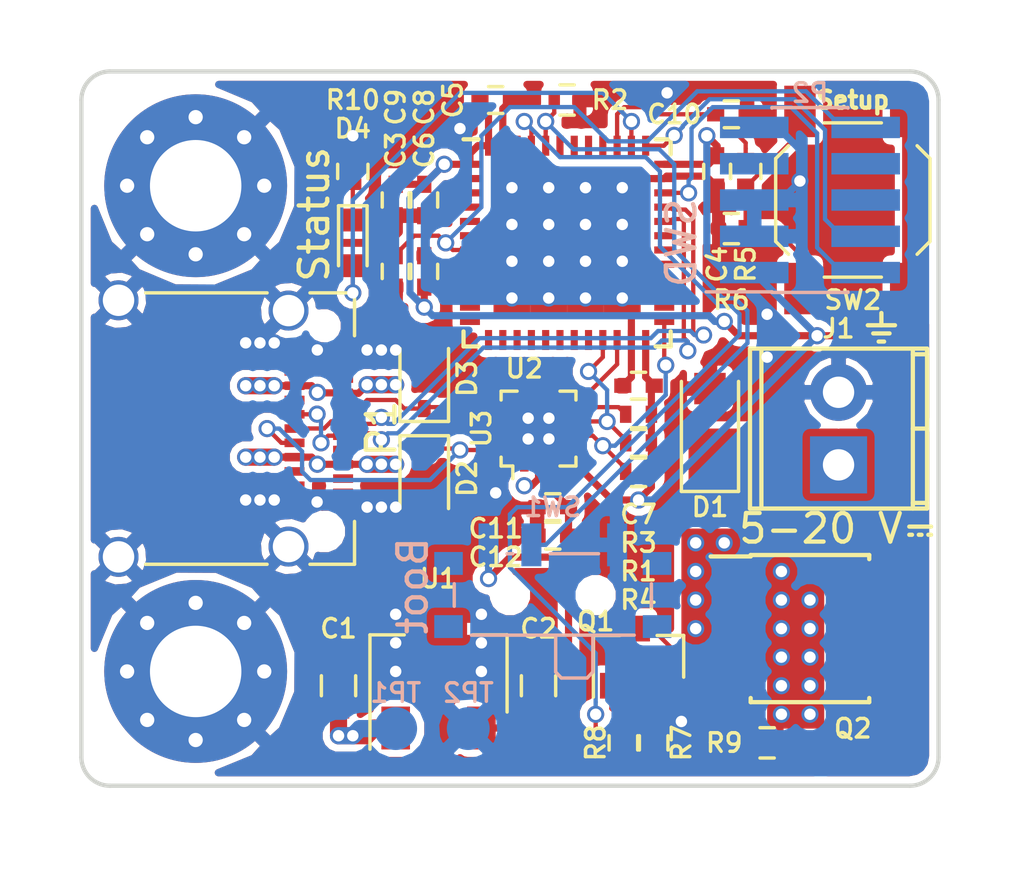
<source format=kicad_pcb>
(kicad_pcb (version 4) (host pcbnew 4.0.6)
  (title_block (title "PD Buddy Sink") (rev 0.3))
  (layers (0 F.Cu signal) (1 In1.Cu signal) (2 In2.Cu signal) (31 B.Cu signal) (34 B.Paste user) (35 F.Paste user) (36 B.SilkS user) (37 F.SilkS user) (38 B.Mask user) (39 F.Mask user) (44 Edge.Cuts user))
  (net 0 "")
  (net 1 VBUS)
  (net 2 GND)
  (net 3 +3V3)
  (net 4 /Microcontroller/nRST)
  (net 5 "/PD PHY/CC2")
  (net 6 "/PD PHY/CC1")
  (net 7 "Net-(P1-PadB8)")
  (net 8 "Net-(P1-PadB3)")
  (net 9 "Net-(P1-PadB10)")
  (net 10 "Net-(P1-PadB2)")
  (net 11 "Net-(P1-PadB11)")
  (net 12 "Net-(P1-PadA2)")
  (net 13 "Net-(P1-PadA3)")
  (net 14 "Net-(P1-PadA10)")
  (net 15 "Net-(P1-PadA8)")
  (net 16 "Net-(P1-PadA11)")
  (net 17 /Microcontroller/SWDIO)
  (net 18 /Microcontroller/SWCLK)
  (net 19 "Net-(P2-Pad6)")
  (net 20 "Net-(P2-Pad7)")
  (net 21 "Net-(P2-Pad8)")
  (net 22 "Net-(Q1-Pad1)")
  (net 23 /Microcontroller/INT_N)
  (net 24 /Microcontroller/SCL)
  (net 25 /Microcontroller/SDA)
  (net 26 "Net-(R5-Pad1)")
  (net 27 /Microcontroller/OUT_CTRL)
  (net 28 "Net-(U2-Pad2)")
  (net 29 "Net-(U2-Pad3)")
  (net 30 "Net-(U2-Pad4)")
  (net 31 "Net-(U2-Pad5)")
  (net 32 "Net-(U2-Pad6)")
  (net 33 "Net-(U2-Pad10)")
  (net 34 "Net-(U2-Pad11)")
  (net 35 "Net-(U2-Pad12)")
  (net 36 "Net-(U2-Pad13)")
  (net 37 "Net-(U2-Pad14)")
  (net 38 "Net-(U2-Pad15)")
  (net 39 "Net-(U2-Pad16)")
  (net 40 "Net-(U2-Pad17)")
  (net 41 "Net-(U2-Pad18)")
  (net 42 "Net-(U2-Pad19)")
  (net 43 "Net-(U2-Pad20)")
  (net 44 "Net-(U2-Pad26)")
  (net 45 "Net-(U2-Pad27)")
  (net 46 "Net-(U2-Pad28)")
  (net 47 "Net-(U2-Pad29)")
  (net 48 "Net-(U2-Pad30)")
  (net 49 "Net-(U2-Pad40)")
  (net 50 "Net-(U2-Pad46)")
  (net 51 VCONN)
  (net 52 "Net-(D4-Pad1)")
  (net 53 /Microcontroller/D+)
  (net 54 /Microcontroller/D-)
  (net 55 /Microcontroller/SETUP)
  (net 56 "Net-(U2-Pad31)")
  (net 57 "Net-(U2-Pad41)")
  (net 58 "Net-(U2-Pad42)")
  (net 59 "Net-(U2-Pad43)")
  (net 60 "Net-(Q1-Pad3)")
  (net 61 /Output/OUT)
  (net 62 /Microcontroller/BOOT)
  (net 63 /Microcontroller/STATUS)
  (module Housings_DFN_QFN:QFN-48-1EP_7x7mm_Pitch0.5mm (layer F.Cu) (at 98.5 63.5)
    (fp_text reference U2 (at -1.5 4.4) (layer F.SilkS) (effects (font (size 0.65 0.65) (thickness 0.12))))
    (fp_text value STM32F072C8Ux)
    (pad 1 smd rect (at -3.4 -2.75) (size 0.7 0.25) (layers F.Cu F.Paste F.Mask) (net 3 +3V3))
    (pad 2 smd rect (at -3.4 -2.25) (size 0.7 0.25) (layers F.Cu F.Paste F.Mask) (net 28 "Net-(U2-Pad2)"))
    (pad 3 smd rect (at -3.4 -1.75) (size 0.7 0.25) (layers F.Cu F.Paste F.Mask) (net 29 "Net-(U2-Pad3)"))
    (pad 4 smd rect (at -3.4 -1.25) (size 0.7 0.25) (layers F.Cu F.Paste F.Mask) (net 30 "Net-(U2-Pad4)"))
    (pad 5 smd rect (at -3.4 -0.75) (size 0.7 0.25) (layers F.Cu F.Paste F.Mask) (net 31 "Net-(U2-Pad5)"))
    (pad 6 smd rect (at -3.4 -0.25) (size 0.7 0.25) (layers F.Cu F.Paste F.Mask) (net 32 "Net-(U2-Pad6)"))
    (pad 7 smd rect (at -3.4 0.25) (size 0.7 0.25) (layers F.Cu F.Paste F.Mask) (net 4 /Microcontroller/nRST))
    (pad 8 smd rect (at -3.4 0.75) (size 0.7 0.25) (layers F.Cu F.Paste F.Mask) (net 2 GND))
    (pad 9 smd rect (at -3.4 1.25) (size 0.7 0.25) (layers F.Cu F.Paste F.Mask) (net 3 +3V3))
    (pad 10 smd rect (at -3.4 1.75) (size 0.7 0.25) (layers F.Cu F.Paste F.Mask) (net 33 "Net-(U2-Pad10)"))
    (pad 11 smd rect (at -3.4 2.25) (size 0.7 0.25) (layers F.Cu F.Paste F.Mask) (net 34 "Net-(U2-Pad11)"))
    (pad 12 smd rect (at -3.4 2.75) (size 0.7 0.25) (layers F.Cu F.Paste F.Mask) (net 35 "Net-(U2-Pad12)"))
    (pad 13 smd rect (at -2.75 3.4 90) (size 0.7 0.25) (layers F.Cu F.Paste F.Mask) (net 36 "Net-(U2-Pad13)"))
    (pad 14 smd rect (at -2.25 3.4 90) (size 0.7 0.25) (layers F.Cu F.Paste F.Mask) (net 37 "Net-(U2-Pad14)"))
    (pad 15 smd rect (at -1.75 3.4 90) (size 0.7 0.25) (layers F.Cu F.Paste F.Mask) (net 38 "Net-(U2-Pad15)"))
    (pad 16 smd rect (at -1.25 3.4 90) (size 0.7 0.25) (layers F.Cu F.Paste F.Mask) (net 39 "Net-(U2-Pad16)"))
    (pad 17 smd rect (at -0.75 3.4 90) (size 0.7 0.25) (layers F.Cu F.Paste F.Mask) (net 40 "Net-(U2-Pad17)"))
    (pad 18 smd rect (at -0.25 3.4 90) (size 0.7 0.25) (layers F.Cu F.Paste F.Mask) (net 41 "Net-(U2-Pad18)"))
    (pad 19 smd rect (at 0.25 3.4 90) (size 0.7 0.25) (layers F.Cu F.Paste F.Mask) (net 42 "Net-(U2-Pad19)"))
    (pad 20 smd rect (at 0.75 3.4 90) (size 0.7 0.25) (layers F.Cu F.Paste F.Mask) (net 43 "Net-(U2-Pad20)"))
    (pad 21 smd rect (at 1.25 3.4 90) (size 0.7 0.25) (layers F.Cu F.Paste F.Mask) (net 24 /Microcontroller/SCL))
    (pad 22 smd rect (at 1.75 3.4 90) (size 0.7 0.25) (layers F.Cu F.Paste F.Mask) (net 25 /Microcontroller/SDA))
    (pad 23 smd rect (at 2.25 3.4 90) (size 0.7 0.25) (layers F.Cu F.Paste F.Mask) (net 2 GND))
    (pad 24 smd rect (at 2.75 3.4 90) (size 0.7 0.25) (layers F.Cu F.Paste F.Mask) (net 3 +3V3))
    (pad 25 smd rect (at 3.4 2.75) (size 0.7 0.25) (layers F.Cu F.Paste F.Mask) (net 23 /Microcontroller/INT_N))
    (pad 26 smd rect (at 3.4 2.25) (size 0.7 0.25) (layers F.Cu F.Paste F.Mask) (net 44 "Net-(U2-Pad26)"))
    (pad 27 smd rect (at 3.4 1.75) (size 0.7 0.25) (layers F.Cu F.Paste F.Mask) (net 45 "Net-(U2-Pad27)"))
    (pad 28 smd rect (at 3.4 1.25) (size 0.7 0.25) (layers F.Cu F.Paste F.Mask) (net 46 "Net-(U2-Pad28)"))
    (pad 29 smd rect (at 3.4 0.75) (size 0.7 0.25) (layers F.Cu F.Paste F.Mask) (net 47 "Net-(U2-Pad29)"))
    (pad 30 smd rect (at 3.4 0.25) (size 0.7 0.25) (layers F.Cu F.Paste F.Mask) (net 48 "Net-(U2-Pad30)"))
    (pad 31 smd rect (at 3.4 -0.25) (size 0.7 0.25) (layers F.Cu F.Paste F.Mask) (net 56 "Net-(U2-Pad31)"))
    (pad 32 smd rect (at 3.4 -0.75) (size 0.7 0.25) (layers F.Cu F.Paste F.Mask) (net 54 /Microcontroller/D-))
    (pad 33 smd rect (at 3.4 -1.25) (size 0.7 0.25) (layers F.Cu F.Paste F.Mask) (net 53 /Microcontroller/D+))
    (pad 34 smd rect (at 3.4 -1.75) (size 0.7 0.25) (layers F.Cu F.Paste F.Mask) (net 17 /Microcontroller/SWDIO))
    (pad 35 smd rect (at 3.4 -2.25) (size 0.7 0.25) (layers F.Cu F.Paste F.Mask) (net 2 GND))
    (pad 36 smd rect (at 3.4 -2.75) (size 0.7 0.25) (layers F.Cu F.Paste F.Mask) (net 3 +3V3))
    (pad 37 smd rect (at 2.75 -3.4 90) (size 0.7 0.25) (layers F.Cu F.Paste F.Mask) (net 18 /Microcontroller/SWCLK))
    (pad 38 smd rect (at 2.25 -3.4 90) (size 0.7 0.25) (layers F.Cu F.Paste F.Mask) (net 63 /Microcontroller/STATUS))
    (pad 39 smd rect (at 1.75 -3.4 90) (size 0.7 0.25) (layers F.Cu F.Paste F.Mask) (net 55 /Microcontroller/SETUP))
    (pad 40 smd rect (at 1.25 -3.4 90) (size 0.7 0.25) (layers F.Cu F.Paste F.Mask) (net 49 "Net-(U2-Pad40)"))
    (pad 41 smd rect (at 0.75 -3.4 90) (size 0.7 0.25) (layers F.Cu F.Paste F.Mask) (net 57 "Net-(U2-Pad41)"))
    (pad 42 smd rect (at 0.25 -3.4 90) (size 0.7 0.25) (layers F.Cu F.Paste F.Mask) (net 58 "Net-(U2-Pad42)"))
    (pad 43 smd rect (at -0.25 -3.4 90) (size 0.7 0.25) (layers F.Cu F.Paste F.Mask) (net 59 "Net-(U2-Pad43)"))
    (pad 44 smd rect (at -0.75 -3.4 90) (size 0.7 0.25) (layers F.Cu F.Paste F.Mask) (net 62 /Microcontroller/BOOT))
    (pad 45 smd rect (at -1.25 -3.4 90) (size 0.7 0.25) (layers F.Cu F.Paste F.Mask) (net 27 /Microcontroller/OUT_CTRL))
    (pad 46 smd rect (at -1.75 -3.4 90) (size 0.7 0.25) (layers F.Cu F.Paste F.Mask) (net 50 "Net-(U2-Pad46)"))
    (pad 47 smd rect (at -2.25 -3.4 90) (size 0.7 0.25) (layers F.Cu F.Paste F.Mask) (net 2 GND))
    (pad 48 smd rect (at -2.75 -3.4 90) (size 0.7 0.25) (layers F.Cu F.Paste F.Mask) (net 3 +3V3))
    (pad 49 smd rect (at 1.93125 1.93125) (size 1.2875 1.2875) (layers F.Cu F.Paste F.Mask) (net 2 GND))
    (pad 49 smd rect (at 1.93125 0.64375) (size 1.2875 1.2875) (layers F.Cu F.Paste F.Mask) (net 2 GND))
    (pad 49 smd rect (at 1.93125 -0.64375) (size 1.2875 1.2875) (layers F.Cu F.Paste F.Mask) (net 2 GND))
    (pad 49 smd rect (at 1.93125 -1.93125) (size 1.2875 1.2875) (layers F.Cu F.Paste F.Mask) (net 2 GND))
    (pad 49 smd rect (at 0.64375 1.93125) (size 1.2875 1.2875) (layers F.Cu F.Paste F.Mask) (net 2 GND))
    (pad 49 smd rect (at 0.64375 0.64375) (size 1.2875 1.2875) (layers F.Cu F.Paste F.Mask) (net 2 GND))
    (pad 49 smd rect (at 0.64375 -0.64375) (size 1.2875 1.2875) (layers F.Cu F.Paste F.Mask) (net 2 GND))
    (pad 49 smd rect (at 0.64375 -1.93125) (size 1.2875 1.2875) (layers F.Cu F.Paste F.Mask) (net 2 GND))
    (pad 49 smd rect (at -0.64375 1.93125) (size 1.2875 1.2875) (layers F.Cu F.Paste F.Mask) (net 2 GND))
    (pad 49 smd rect (at -0.64375 0.64375) (size 1.2875 1.2875) (layers F.Cu F.Paste F.Mask) (net 2 GND))
    (pad 49 smd rect (at -0.64375 -0.64375) (size 1.2875 1.2875) (layers F.Cu F.Paste F.Mask) (net 2 GND))
    (pad 49 smd rect (at -0.64375 -1.93125) (size 1.2875 1.2875) (layers F.Cu F.Paste F.Mask) (net 2 GND))
    (pad 49 smd rect (at -1.93125 1.93125) (size 1.2875 1.2875) (layers F.Cu F.Paste F.Mask) (net 2 GND))
    (pad 49 smd rect (at -1.93125 0.64375) (size 1.2875 1.2875) (layers F.Cu F.Paste F.Mask) (net 2 GND))
    (pad 49 smd rect (at -1.93125 -0.64375) (size 1.2875 1.2875) (layers F.Cu F.Paste F.Mask) (net 2 GND))
    (pad 49 smd rect (at -1.93125 -1.93125) (size 1.2875 1.2875) (layers F.Cu F.Paste F.Mask) (net 2 GND))
  )
  (module Connectors_Terminal_Blocks:TerminalBlock_Pheonix_MPT-2.54mm_2pol (layer F.Cu) (at 108 71.27 90)
    (fp_text reference J1 (at 4.77 0 180) (layer F.SilkS) (effects (font (size 0.65 0.65) (thickness 0.12))))
    (fp_text value "5-20 V⎓" (at -2.23 0 180) (layer F.SilkS))
    (pad 2 thru_hole oval (at 2.54 0 90) (size 1.99898 1.99898) (drill 1.09728) (layers *.Cu *.Mask) (net 2 GND))
    (pad 1 thru_hole rect (at 0 0 90) (size 1.99898 1.99898) (drill 1.09728) (layers *.Cu *.Mask) (net 61 /Output/OUT))
  )
  (module Housings_SOIC:SOIC-8_3.9x4.9mm_Pitch1.27mm (layer F.Cu) (at 107 77)
    (fp_text reference Q2 (at 1.5 3.5) (layer F.SilkS) (effects (font (size 0.65 0.65) (thickness 0.12))))
    (fp_text value DMP4015SSS)
    (pad 1 smd rect (at -2.7 -1.905) (size 1.55 0.6) (layers F.Cu F.Paste F.Mask) (net 1 VBUS))
    (pad 2 smd rect (at -2.7 -0.635) (size 1.55 0.6) (layers F.Cu F.Paste F.Mask) (net 1 VBUS))
    (pad 3 smd rect (at -2.7 0.635) (size 1.55 0.6) (layers F.Cu F.Paste F.Mask) (net 1 VBUS))
    (pad 4 smd rect (at -2.7 1.905) (size 1.55 0.6) (layers F.Cu F.Paste F.Mask) (net 60 "Net-(Q1-Pad3)"))
    (pad 5 smd rect (at 2.7 1.905) (size 1.55 0.6) (layers F.Cu F.Paste F.Mask) (net 61 /Output/OUT))
    (pad 6 smd rect (at 2.7 0.635) (size 1.55 0.6) (layers F.Cu F.Paste F.Mask) (net 61 /Output/OUT))
    (pad 7 smd rect (at 2.7 -0.635) (size 1.55 0.6) (layers F.Cu F.Paste F.Mask) (net 61 /Output/OUT))
    (pad 8 smd rect (at 2.7 -1.905) (size 1.55 0.6) (layers F.Cu F.Paste F.Mask) (net 61 /Output/OUT))
  )
  (module TO_SOT_Packages_SMD:SOT-23 (layer F.Cu) (at 101 78 90)
    (fp_text reference Q1 (at 1.25 -1.5 180) (layer F.SilkS) (effects (font (size 0.65 0.65) (thickness 0.12))))
    (fp_text value MMBT2222ALT1G)
    (pad 1 smd rect (at -1 -0.95 90) (size 0.9 0.8) (layers F.Cu F.Paste F.Mask) (net 22 "Net-(Q1-Pad1)"))
    (pad 2 smd rect (at -1 0.95 90) (size 0.9 0.8) (layers F.Cu F.Paste F.Mask) (net 2 GND))
    (pad 3 smd rect (at 1 0 90) (size 0.9 0.8) (layers F.Cu F.Paste F.Mask) (net 60 "Net-(Q1-Pad3)"))
  )
  (module Diodes_SMD:D_SOD-323 (layer F.Cu) (at 93.5 71.75 270)
    (fp_text reference D2 (at 0 -1.5 270) (layer F.SilkS) (effects (font (size 0.65 0.65) (thickness 0.12))))
    (fp_text value CZRF52C5V6)
    (pad 1 smd rect (at -1.05 0 270) (size 0.6 0.45) (layers F.Cu F.Paste F.Mask) (net 5 "/PD PHY/CC2"))
    (pad 2 smd rect (at 1.05 0 270) (size 0.6 0.45) (layers F.Cu F.Paste F.Mask) (net 2 GND))
  )
  (module Diodes_SMD:D_SOD-323 (layer F.Cu) (at 93.5 68.25 90)
    (fp_text reference D3 (at 0 1.5 90) (layer F.SilkS) (effects (font (size 0.65 0.65) (thickness 0.12))))
    (fp_text value CZRF52C5V6)
    (pad 1 smd rect (at -1.05 0 90) (size 0.6 0.45) (layers F.Cu F.Paste F.Mask) (net 6 "/PD PHY/CC1"))
    (pad 2 smd rect (at 1.05 0 90) (size 0.6 0.45) (layers F.Cu F.Paste F.Mask) (net 2 GND))
  )
  (module TO_SOT_Packages_SMD:SOT89-3_Housing (layer F.Cu) (at 94 79 90)
    (fp_text reference U1 (at 3.75 0 180) (layer F.SilkS) (effects (font (size 0.65 0.65) (thickness 0.12))))
    (fp_text value AP2204R-3.3TRG1)
    (pad 1 smd rect (at -1.48 -1.5) (size 1 1.5) (layers F.Cu F.Paste F.Mask) (net 1 VBUS))
    (pad 2 smd rect (at -1.48 0) (size 1 1.5) (layers F.Cu F.Paste F.Mask) (net 2 GND))
    (pad 3 smd rect (at -1.48 1.5) (size 1 1.5) (layers F.Cu F.Paste F.Mask) (net 3 +3V3))
    (pad 2 smd rect (at 1.48 0) (size 2 3) (layers F.Cu F.Paste F.Mask) (net 2 GND))
    (pad 2 smd trapezoid (at -0.37 0 180) (size 1.5 0.75) (rect_delta 0 0.5) (layers F.Cu F.Paste F.Mask) (net 2 GND))
  )
  (module Buttons_Switches_SMD:SW_SPST_SKQG (layer F.Cu) (at 108.5 62 270)
    (fp_text reference SW2 (at 3.5 0 360) (layer F.SilkS) (effects (font (size 0.65 0.65) (thickness 0.12))))
    (fp_text value Setup (at -3.5 0 360) (layer F.SilkS) (effects (font (size 0.6 0.6))))
    (pad 1 smd rect (at -3.1 -1.85 270) (size 1.8 1.1) (layers F.Cu F.Paste F.Mask) (net 3 +3V3))
    (pad 1 smd rect (at 3.1 -1.85 270) (size 1.8 1.1) (layers F.Cu F.Paste F.Mask) (net 3 +3V3))
    (pad 2 smd rect (at -3.1 1.85 270) (size 1.8 1.1) (layers F.Cu F.Paste F.Mask) (net 26 "Net-(R5-Pad1)"))
    (pad 2 smd rect (at 3.1 1.85 270) (size 1.8 1.1) (layers F.Cu F.Paste F.Mask) (net 26 "Net-(R5-Pad1)"))
  )
  (module Diodes_SMD:D_SOD-123F (layer F.Cu) (at 103.5 70 90)
    (fp_text reference D1 (at -2.75 0 180) (layer F.SilkS) (effects (font (size 0.65 0.65) (thickness 0.12))))
    (fp_text value SS14FL)
    (pad 1 smd rect (at -1.4 0 90) (size 1.1 1.1) (layers F.Cu F.Paste F.Mask) (net 61 /Output/OUT))
    (pad 2 smd rect (at 1.4 0 90) (size 1.1 1.1) (layers F.Cu F.Paste F.Mask) (net 2 GND))
  )
  (module pd-buddy:MLP-14 (layer F.Cu) (at 97.5 70 90)
    (fp_text reference U3 (at 0 -2 90) (layer F.SilkS) (effects (font (size 0.65 0.65) (thickness 0.12))))
    (fp_text value FUSB302B)
    (pad 2 smd rect (at -1.215 0 90) (size 0.58 0.3) (layers F.Cu F.Paste F.Mask) (net 1 VBUS))
    (pad 1 smd rect (at -1.215 -0.5 90) (size 0.58 0.3) (layers F.Cu F.Paste F.Mask) (net 5 "/PD PHY/CC2"))
    (pad 3 smd rect (at -1.215 0.5 90) (size 0.58 0.3) (layers F.Cu F.Paste F.Mask) (net 3 +3V3))
    (pad 8 smd rect (at 1.215 0.5 90) (size 0.58 0.3) (layers F.Cu F.Paste F.Mask) (net 2 GND))
    (pad 10 smd rect (at 1.215 -0.5 90) (size 0.58 0.3) (layers F.Cu F.Paste F.Mask) (net 6 "/PD PHY/CC1"))
    (pad 9 smd rect (at 1.215 0 90) (size 0.58 0.3) (layers F.Cu F.Paste F.Mask) (net 2 GND))
    (pad 4 smd rect (at -0.75 1.215 90) (size 0.3 0.58) (layers F.Cu F.Paste F.Mask) (net 3 +3V3))
    (pad 5 smd rect (at -0.25 1.215 90) (size 0.3 0.58) (layers F.Cu F.Paste F.Mask) (net 23 /Microcontroller/INT_N))
    (pad 6 smd rect (at 0.25 1.215 90) (size 0.3 0.58) (layers F.Cu F.Paste F.Mask) (net 24 /Microcontroller/SCL))
    (pad 7 smd rect (at 0.75 1.215 90) (size 0.3 0.58) (layers F.Cu F.Paste F.Mask) (net 25 /Microcontroller/SDA))
    (pad 11 smd rect (at 0.75 -1.215 90) (size 0.3 0.58) (layers F.Cu F.Paste F.Mask) (net 6 "/PD PHY/CC1"))
    (pad 12 smd rect (at 0.25 -1.215 90) (size 0.3 0.58) (layers F.Cu F.Paste F.Mask) (net 51 VCONN))
    (pad 13 smd rect (at -0.25 -1.215 90) (size 0.3 0.58) (layers F.Cu F.Paste F.Mask) (net 51 VCONN))
    (pad 14 smd rect (at -0.75 -1.215 90) (size 0.3 0.58) (layers F.Cu F.Paste F.Mask) (net 5 "/PD PHY/CC2"))
    (pad 15 smd rect (at -0.3625 0.3625 90) (size 0.725 0.725) (layers F.Cu F.Paste F.Mask) (net 2 GND))
    (pad 15 smd rect (at 0.3625 0.3625 90) (size 0.725 0.725) (layers F.Cu F.Paste F.Mask) (net 2 GND))
    (pad 15 smd rect (at -0.3625 -0.3625 90) (size 0.725 0.725) (layers F.Cu F.Paste F.Mask) (net 2 GND))
    (pad 15 smd rect (at 0.3625 -0.3625 90) (size 0.725 0.725) (layers F.Cu F.Paste F.Mask) (net 2 GND))
  )
  (module pd-buddy:Pin_Header_Straight_2x05_Pitch1.27mm_SMD_NOPASTE (layer B.Cu) (at 107 62)
    (fp_text reference P2 (at 0 -3.75) (layer B.SilkS) (effects (font (size 0.65 0.65) (thickness 0.12)) (justify mirror)))
    (fp_text value SWD (at -4.5 1.5 270) (layer B.SilkS) (effects (justify mirror)))
    (pad 1 smd rect (at -1.95 2.54) (size 2.4 0.75) (layers B.Cu B.Mask) (net 3 +3V3))
    (pad 2 smd rect (at 1.95 2.54) (size 2.4 0.75) (layers B.Cu B.Mask) (net 17 /Microcontroller/SWDIO))
    (pad 3 smd rect (at -1.95 1.27) (size 2.4 0.75) (layers B.Cu B.Mask) (net 2 GND))
    (pad 4 smd rect (at 1.95 1.27) (size 2.4 0.75) (layers B.Cu B.Mask) (net 18 /Microcontroller/SWCLK))
    (pad 5 smd rect (at -1.95 0) (size 2.4 0.75) (layers B.Cu B.Mask) (net 2 GND))
    (pad 6 smd rect (at 1.95 0) (size 2.4 0.75) (layers B.Cu B.Mask) (net 19 "Net-(P2-Pad6)"))
    (pad 7 smd rect (at -1.95 -1.27) (size 2.4 0.75) (layers B.Cu B.Mask) (net 20 "Net-(P2-Pad7)"))
    (pad 8 smd rect (at 1.95 -1.27) (size 2.4 0.75) (layers B.Cu B.Mask) (net 21 "Net-(P2-Pad8)"))
    (pad 9 smd rect (at -1.95 -2.54) (size 2.4 0.75) (layers B.Cu B.Mask) (net 2 GND))
    (pad 10 smd rect (at 1.95 -2.54) (size 2.4 0.75) (layers B.Cu B.Mask) (net 4 /Microcontroller/nRST))
  )
  (module pd-buddy:SW_SPDT_PCM12_NOPASTE (layer B.Cu) (at 98 75.5 180)
    (fp_text reference SW1 (at 0 2.75 180) (layer B.SilkS) (effects (font (size 0.65 0.65) (thickness 0.12)) (justify mirror)))
    (fp_text value Boot (at 4.9 0 450) (layer B.SilkS) (effects (justify mirror)))
    (pad "" np_thru_hole circle (at -1.5 -0.33 180) (size 0.9 0.9) (drill 0.9) (layers *.Cu *.Mask))
    (pad "" np_thru_hole circle (at 1.5 -0.33 180) (size 0.9 0.9) (drill 0.9) (layers *.Cu *.Mask))
    (pad 1 smd rect (at -2.25 1.43 180) (size 0.7 1.5) (layers B.Cu B.Mask) (net 2 GND))
    (pad 2 smd rect (at 0.75 1.43 180) (size 0.7 1.5) (layers B.Cu B.Mask) (net 62 /Microcontroller/BOOT))
    (pad 3 smd rect (at 2.25 1.43 180) (size 0.7 1.5) (layers B.Cu B.Mask) (net 3 +3V3))
    (pad "" smd rect (at -3.65 -1.43 180) (size 1 0.8) (layers B.Cu B.Mask))
    (pad "" smd rect (at 3.65 -1.43 180) (size 1 0.8) (layers B.Cu B.Mask))
    (pad "" smd rect (at 3.65 0.78 180) (size 1 0.8) (layers B.Cu B.Mask))
    (pad "" smd rect (at -3.65 0.78 180) (size 1 0.8) (layers B.Cu B.Mask))
  )
  (module Capacitors_SMD:C_0603 (layer F.Cu) (at 90.5 79 90)
    (fp_text reference C1 (at 2 0 180) (layer F.SilkS) (effects (font (size 0.65 0.65) (thickness 0.12))))
    (fp_text value "1.0μF 25V")
    (pad 1 smd rect (at -0.75 0 90) (size 0.8 0.75) (layers F.Cu F.Paste F.Mask) (net 1 VBUS))
    (pad 2 smd rect (at 0.75 0 90) (size 0.8 0.75) (layers F.Cu F.Paste F.Mask) (net 2 GND))
  )
  (module Capacitors_SMD:C_0603 (layer F.Cu) (at 97.5 79 90)
    (fp_text reference C2 (at 2 0 180) (layer F.SilkS) (effects (font (size 0.65 0.65) (thickness 0.12))))
    (fp_text value 2.2μF)
    (pad 1 smd rect (at -0.75 0 90) (size 0.8 0.75) (layers F.Cu F.Paste F.Mask) (net 3 +3V3))
    (pad 2 smd rect (at 0.75 0 90) (size 0.8 0.75) (layers F.Cu F.Paste F.Mask) (net 2 GND))
  )
  (module Capacitors_SMD:C_0402 (layer F.Cu) (at 92.5 64.5 90)
    (fp_text reference C3 (at 4.25 0 90) (layer F.SilkS) (effects (font (size 0.65 0.65) (thickness 0.12))))
    (fp_text value 0.1μF)
    (pad 1 smd rect (at -0.55 0 90) (size 0.6 0.5) (layers F.Cu F.Paste F.Mask) (net 2 GND))
    (pad 2 smd rect (at 0.55 0 90) (size 0.6 0.5) (layers F.Cu F.Paste F.Mask) (net 4 /Microcontroller/nRST))
  )
  (module Capacitors_SMD:C_0402 (layer F.Cu) (at 103.75 61 270)
    (fp_text reference C4 (at 3.25 0 270) (layer F.SilkS) (effects (font (size 0.65 0.65) (thickness 0.12))))
    (fp_text value 0.1μF)
    (pad 1 smd rect (at -0.55 0 270) (size 0.6 0.5) (layers F.Cu F.Paste F.Mask) (net 3 +3V3))
    (pad 2 smd rect (at 0.55 0 270) (size 0.6 0.5) (layers F.Cu F.Paste F.Mask) (net 2 GND))
  )
  (module Capacitors_SMD:C_0402 (layer F.Cu) (at 96 58.5)
    (fp_text reference C5 (at -1.5 0 90) (layer F.SilkS) (effects (font (size 0.65 0.65) (thickness 0.12))))
    (fp_text value 0.1μF)
    (pad 1 smd rect (at -0.55 0) (size 0.6 0.5) (layers F.Cu F.Paste F.Mask) (net 3 +3V3))
    (pad 2 smd rect (at 0.55 0) (size 0.6 0.5) (layers F.Cu F.Paste F.Mask) (net 2 GND))
  )
  (module Capacitors_SMD:C_0402 (layer F.Cu) (at 93.5 64.5 90)
    (fp_text reference C6 (at 4.25 0 90) (layer F.SilkS) (effects (font (size 0.65 0.65) (thickness 0.12))))
    (fp_text value 0.1μF)
    (pad 1 smd rect (at -0.55 0 90) (size 0.6 0.5) (layers F.Cu F.Paste F.Mask) (net 3 +3V3))
    (pad 2 smd rect (at 0.55 0 90) (size 0.6 0.5) (layers F.Cu F.Paste F.Mask) (net 2 GND))
  )
  (module Capacitors_SMD:C_0402 (layer F.Cu) (at 101 68.5 180)
    (fp_text reference C7 (at 0 -4.5 180) (layer F.SilkS) (effects (font (size 0.65 0.65) (thickness 0.12))))
    (fp_text value 0.1μF)
    (pad 1 smd rect (at -0.55 0 180) (size 0.6 0.5) (layers F.Cu F.Paste F.Mask) (net 3 +3V3))
    (pad 2 smd rect (at 0.55 0 180) (size 0.6 0.5) (layers F.Cu F.Paste F.Mask) (net 2 GND))
  )
  (module Capacitors_SMD:C_0402 (layer F.Cu) (at 93.5 62 270)
    (fp_text reference C8 (at -3.25 0 270) (layer F.SilkS) (effects (font (size 0.65 0.65) (thickness 0.12))))
    (fp_text value 0.1μF)
    (pad 1 smd rect (at -0.55 0 270) (size 0.6 0.5) (layers F.Cu F.Paste F.Mask) (net 3 +3V3))
    (pad 2 smd rect (at 0.55 0 270) (size 0.6 0.5) (layers F.Cu F.Paste F.Mask) (net 2 GND))
  )
  (module Capacitors_SMD:C_0402 (layer F.Cu) (at 92.5 62 270)
    (fp_text reference C9 (at -3.25 0 270) (layer F.SilkS) (effects (font (size 0.65 0.65) (thickness 0.12))))
    (fp_text value 1μF)
    (pad 1 smd rect (at -0.55 0 270) (size 0.6 0.5) (layers F.Cu F.Paste F.Mask) (net 3 +3V3))
    (pad 2 smd rect (at 0.55 0 270) (size 0.6 0.5) (layers F.Cu F.Paste F.Mask) (net 2 GND))
  )
  (module Capacitors_SMD:C_0402 (layer F.Cu) (at 104.25 59)
    (fp_text reference C10 (at -2 0) (layer F.SilkS) (effects (font (size 0.65 0.65) (thickness 0.12))))
    (fp_text value 0.1μF)
    (pad 1 smd rect (at -0.55 0) (size 0.6 0.5) (layers F.Cu F.Paste F.Mask) (net 55 /Microcontroller/SETUP))
    (pad 2 smd rect (at 0.55 0) (size 0.6 0.5) (layers F.Cu F.Paste F.Mask) (net 2 GND))
  )
  (module Capacitors_SMD:C_0402 (layer F.Cu) (at 98 72.75 180)
    (fp_text reference C11 (at 2 -0.75 180) (layer F.SilkS) (effects (font (size 0.65 0.65) (thickness 0.12))))
    (fp_text value 0.1μF)
    (pad 1 smd rect (at -0.55 0 180) (size 0.6 0.5) (layers F.Cu F.Paste F.Mask) (net 3 +3V3))
    (pad 2 smd rect (at 0.55 0 180) (size 0.6 0.5) (layers F.Cu F.Paste F.Mask) (net 2 GND))
  )
  (module Capacitors_SMD:C_0402 (layer F.Cu) (at 98 73.75 180)
    (fp_text reference C12 (at 2 -0.75 180) (layer F.SilkS) (effects (font (size 0.65 0.65) (thickness 0.12))))
    (fp_text value 1μF)
    (pad 1 smd rect (at -0.55 0 180) (size 0.6 0.5) (layers F.Cu F.Paste F.Mask) (net 3 +3V3))
    (pad 2 smd rect (at 0.55 0 180) (size 0.6 0.5) (layers F.Cu F.Paste F.Mask) (net 2 GND))
  )
  (module LEDs:LED_0603 (layer F.Cu) (at 91 63.5 270)
    (fp_text reference D4 (at -4 0 360) (layer F.SilkS) (effects (font (size 0.65 0.65) (thickness 0.12))))
    (fp_text value Status (at -1 1.35 270) (layer F.SilkS))
    (pad 2 smd rect (at 0.8 0 90) (size 0.8 0.8) (layers F.Cu F.Paste F.Mask) (net 63 /Microcontroller/STATUS))
    (pad 1 smd rect (at -0.8 0 90) (size 0.8 0.8) (layers F.Cu F.Paste F.Mask) (net 52 "Net-(D4-Pad1)"))
  )
  (module Resistors_SMD:R_0402 (layer F.Cu) (at 101 70.5)
    (fp_text reference R1 (at 0 4.5) (layer F.SilkS) (effects (font (size 0.65 0.65) (thickness 0.12))))
    (fp_text value 2kΩ)
    (pad 1 smd rect (at -0.45 0) (size 0.4 0.6) (layers F.Cu F.Paste F.Mask) (net 24 /Microcontroller/SCL))
    (pad 2 smd rect (at 0.45 0) (size 0.4 0.6) (layers F.Cu F.Paste F.Mask) (net 3 +3V3))
  )
  (module Resistors_SMD:R_0402 (layer F.Cu) (at 98.5 58.5 180)
    (fp_text reference R2 (at -1.5 0 180) (layer F.SilkS) (effects (font (size 0.65 0.65) (thickness 0.12))))
    (fp_text value 10kΩ)
    (pad 1 smd rect (at -0.45 0 180) (size 0.4 0.6) (layers F.Cu F.Paste F.Mask) (net 2 GND))
    (pad 2 smd rect (at 0.45 0 180) (size 0.4 0.6) (layers F.Cu F.Paste F.Mask) (net 62 /Microcontroller/BOOT))
  )
  (module Resistors_SMD:R_0402 (layer F.Cu) (at 101 69.5)
    (fp_text reference R3 (at 0 4.5) (layer F.SilkS) (effects (font (size 0.65 0.65) (thickness 0.12))))
    (fp_text value 2kΩ)
    (pad 1 smd rect (at -0.45 0) (size 0.4 0.6) (layers F.Cu F.Paste F.Mask) (net 25 /Microcontroller/SDA))
    (pad 2 smd rect (at 0.45 0) (size 0.4 0.6) (layers F.Cu F.Paste F.Mask) (net 3 +3V3))
  )
  (module Resistors_SMD:R_0402 (layer F.Cu) (at 101 71.5)
    (fp_text reference R4 (at 0 4.5) (layer F.SilkS) (effects (font (size 0.65 0.65) (thickness 0.12))))
    (fp_text value 2kΩ)
    (pad 1 smd rect (at -0.45 0) (size 0.4 0.6) (layers F.Cu F.Paste F.Mask) (net 23 /Microcontroller/INT_N))
    (pad 2 smd rect (at 0.45 0) (size 0.4 0.6) (layers F.Cu F.Paste F.Mask) (net 3 +3V3))
  )
  (module Resistors_SMD:R_0402 (layer F.Cu) (at 104.75 61 90)
    (fp_text reference R5 (at -3.25 0 90) (layer F.SilkS) (effects (font (size 0.65 0.65) (thickness 0.12))))
    (fp_text value 10kΩ)
    (pad 1 smd rect (at -0.45 0 90) (size 0.4 0.6) (layers F.Cu F.Paste F.Mask) (net 26 "Net-(R5-Pad1)"))
    (pad 2 smd rect (at 0.45 0 90) (size 0.4 0.6) (layers F.Cu F.Paste F.Mask) (net 55 /Microcontroller/SETUP))
  )
  (module Resistors_SMD:R_0402 (layer F.Cu) (at 104.25 63 180)
    (fp_text reference R6 (at 0 -2.5 180) (layer F.SilkS) (effects (font (size 0.65 0.65) (thickness 0.12))))
    (fp_text value 10kΩ)
    (pad 1 smd rect (at -0.45 0 180) (size 0.4 0.6) (layers F.Cu F.Paste F.Mask) (net 26 "Net-(R5-Pad1)"))
    (pad 2 smd rect (at 0.45 0 180) (size 0.4 0.6) (layers F.Cu F.Paste F.Mask) (net 2 GND))
  )
  (module Resistors_SMD:R_0402 (layer F.Cu) (at 101.5 81 90)
    (fp_text reference R7 (at 0 1 90) (layer F.SilkS) (effects (font (size 0.65 0.65) (thickness 0.12))))
    (fp_text value 10kΩ)
    (pad 1 smd rect (at -0.45 0 90) (size 0.4 0.6) (layers F.Cu F.Paste F.Mask) (net 27 /Microcontroller/OUT_CTRL))
    (pad 2 smd rect (at 0.45 0 90) (size 0.4 0.6) (layers F.Cu F.Paste F.Mask) (net 2 GND))
  )
  (module Resistors_SMD:R_0402 (layer F.Cu) (at 100.5 81 90)
    (fp_text reference R8 (at 0 -1 90) (layer F.SilkS) (effects (font (size 0.65 0.65) (thickness 0.12))))
    (fp_text value 2kΩ)
    (pad 1 smd rect (at -0.45 0 90) (size 0.4 0.6) (layers F.Cu F.Paste F.Mask) (net 27 /Microcontroller/OUT_CTRL))
    (pad 2 smd rect (at 0.45 0 90) (size 0.4 0.6) (layers F.Cu F.Paste F.Mask) (net 22 "Net-(Q1-Pad1)"))
  )
  (module Resistors_SMD:R_0402 (layer F.Cu) (at 91 61 90)
    (fp_text reference R10 (at 2.5 0 180) (layer F.SilkS) (effects (font (size 0.65 0.65) (thickness 0.12))))
    (fp_text value 300Ω)
    (pad 1 smd rect (at -0.45 0 90) (size 0.4 0.6) (layers F.Cu F.Paste F.Mask) (net 52 "Net-(D4-Pad1)"))
    (pad 2 smd rect (at 0.45 0 90) (size 0.4 0.6) (layers F.Cu F.Paste F.Mask) (net 2 GND))
  )
  (module Mounting_Holes:MountingHole_3.2mm_M3_Pad_Via (layer F.Cu) (at 85.5 78.5 90)
    (fp_text reference MK1)
    (fp_text value M3)
    (pad 1 thru_hole circle (at 0 0 90) (size 6.4 6.4) (drill 3.2) (layers *.Cu *.Mask) (net 2 GND))
    (pad "" thru_hole circle (at 2.4 0 90) (size 0.6 0.6) (drill 0.5) (layers *.Cu *.Mask))
    (pad "" thru_hole circle (at 1.697056 1.697056 90) (size 0.6 0.6) (drill 0.5) (layers *.Cu *.Mask))
    (pad "" thru_hole circle (at 0 2.4 90) (size 0.6 0.6) (drill 0.5) (layers *.Cu *.Mask))
    (pad "" thru_hole circle (at -1.697056 1.697056 90) (size 0.6 0.6) (drill 0.5) (layers *.Cu *.Mask))
    (pad "" thru_hole circle (at -2.4 0 90) (size 0.6 0.6) (drill 0.5) (layers *.Cu *.Mask))
    (pad "" thru_hole circle (at -1.697056 -1.697056 90) (size 0.6 0.6) (drill 0.5) (layers *.Cu *.Mask))
    (pad "" thru_hole circle (at 0 -2.4 90) (size 0.6 0.6) (drill 0.5) (layers *.Cu *.Mask))
    (pad "" thru_hole circle (at 1.697056 -1.697056 90) (size 0.6 0.6) (drill 0.5) (layers *.Cu *.Mask))
  )
  (module Mounting_Holes:MountingHole_3.2mm_M3_Pad_Via (layer F.Cu) (at 85.5 61.5 90)
    (fp_text reference MK2)
    (fp_text value M3)
    (pad 1 thru_hole circle (at 0 0 90) (size 6.4 6.4) (drill 3.2) (layers *.Cu *.Mask) (net 2 GND))
    (pad "" thru_hole circle (at 2.4 0 90) (size 0.6 0.6) (drill 0.5) (layers *.Cu *.Mask))
    (pad "" thru_hole circle (at 1.697056 1.697056 90) (size 0.6 0.6) (drill 0.5) (layers *.Cu *.Mask))
    (pad "" thru_hole circle (at 0 2.4 90) (size 0.6 0.6) (drill 0.5) (layers *.Cu *.Mask))
    (pad "" thru_hole circle (at -1.697056 1.697056 90) (size 0.6 0.6) (drill 0.5) (layers *.Cu *.Mask))
    (pad "" thru_hole circle (at -2.4 0 90) (size 0.6 0.6) (drill 0.5) (layers *.Cu *.Mask))
    (pad "" thru_hole circle (at -1.697056 -1.697056 90) (size 0.6 0.6) (drill 0.5) (layers *.Cu *.Mask))
    (pad "" thru_hole circle (at 0 -2.4 90) (size 0.6 0.6) (drill 0.5) (layers *.Cu *.Mask))
    (pad "" thru_hole circle (at 1.697056 -1.697056 90) (size 0.6 0.6) (drill 0.5) (layers *.Cu *.Mask))
  )
  (module Resistors_SMD:R_0402 (layer F.Cu) (at 105.5 81 180)
    (fp_text reference R9 (at 1.5 0 180) (layer F.SilkS) (effects (font (size 0.65 0.65) (thickness 0.12))))
    (fp_text value 100kΩ)
    (pad 1 smd rect (at -0.45 0 180) (size 0.4 0.6) (layers F.Cu F.Paste F.Mask) (net 1 VBUS))
    (pad 2 smd rect (at 0.45 0 180) (size 0.4 0.6) (layers F.Cu F.Paste F.Mask) (net 60 "Net-(Q1-Pad3)"))
  )
  (module Measurement_Points:Measurement_Point_Round-SMD-Pad_Small (layer B.Cu) (at 92.5 80.5)
    (fp_text reference TP1 (at 0 -1.25) (layer B.SilkS) (effects (font (size 0.65 0.65) (thickness 0.12)) (justify mirror)))
    (fp_text value VBUS)
    (pad 1 smd circle (at 0 0) (size 1.5 1.5) (layers B.Cu B.Mask) (net 1 VBUS))
  )
  (module Measurement_Points:Measurement_Point_Round-SMD-Pad_Small (layer B.Cu) (at 95.04 80.5)
    (fp_text reference TP2 (at 0 -1.25) (layer B.SilkS) (effects (font (size 0.65 0.65) (thickness 0.12)) (justify mirror)))
    (fp_text value GND)
    (pad 1 smd circle (at 0 0) (size 1.5 1.5) (layers B.Cu B.Mask) (net 2 GND))
  )
  (module pd-buddy:Amphenol-12401610E4#2A (layer F.Cu) (at 90 70 270)
    (fp_text reference P1 (at 0 -2 270) (layer F.SilkS))
    (fp_text value 12401610E4#2A)
    (pad SH thru_hole circle (at -4.13 1.25 270) (size 1.4 1.4) (drill 1.1) (layers *.Cu *.Mask) (net 2 GND))
    (pad A1 smd rect (at -2.75 -0.66 270) (size 0.3 0.7) (layers F.Cu F.Paste F.Mask) (net 2 GND))
    (pad A2 smd rect (at -2.25 -0.66 270) (size 0.3 0.7) (layers F.Cu F.Paste F.Mask) (net 12 "Net-(P1-PadA2)"))
    (pad A3 smd rect (at -1.75 -0.66 270) (size 0.3 0.7) (layers F.Cu F.Paste F.Mask) (net 13 "Net-(P1-PadA3)"))
    (pad A4 smd rect (at -1.25 -0.66 270) (size 0.3 0.7) (layers F.Cu F.Paste F.Mask) (net 1 VBUS))
    (pad A5 smd rect (at -0.75 -0.66 270) (size 0.3 0.7) (layers F.Cu F.Paste F.Mask) (net 6 "/PD PHY/CC1"))
    (pad A6 smd rect (at -0.25 -0.66 270) (size 0.3 0.7) (layers F.Cu F.Paste F.Mask) (net 53 /Microcontroller/D+))
    (pad A7 smd rect (at 0.25 -0.66 270) (size 0.3 0.7) (layers F.Cu F.Paste F.Mask) (net 54 /Microcontroller/D-))
    (pad A12 smd rect (at 2.75 -0.66 270) (size 0.3 0.7) (layers F.Cu F.Paste F.Mask) (net 2 GND))
    (pad A10 smd rect (at 1.75 -0.66 270) (size 0.3 0.7) (layers F.Cu F.Paste F.Mask) (net 14 "Net-(P1-PadA10)"))
    (pad A9 smd rect (at 1.25 -0.66 270) (size 0.3 0.7) (layers F.Cu F.Paste F.Mask) (net 1 VBUS))
    (pad A8 smd rect (at 0.75 -0.66 270) (size 0.3 0.7) (layers F.Cu F.Paste F.Mask) (net 15 "Net-(P1-PadA8)"))
    (pad A11 smd rect (at 2.25 -0.66 270) (size 0.3 0.7) (layers F.Cu F.Paste F.Mask) (net 16 "Net-(P1-PadA11)"))
    (pad B1 smd rect (at 2.5 1.04 270) (size 0.3 0.7) (layers F.Cu F.Paste F.Mask) (net 2 GND))
    (pad SH thru_hole circle (at 4.13 1.25 270) (size 1.4 1.4) (drill 1.1) (layers *.Cu *.Mask) (net 2 GND))
    (pad SH thru_hole circle (at 4.49 7.2 270) (size 1.4 1.4) (drill 1.1) (layers *.Cu *.Mask) (net 2 GND))
    (pad SH thru_hole circle (at -4.49 7.2 270) (size 1.4 1.4) (drill 1.1) (layers *.Cu *.Mask) (net 2 GND))
    (pad "" np_thru_hole circle (at 3.6 0 270) (size 0.95 0.95) (drill 0.95) (layers *.Cu *.Mask))
    (pad "" np_thru_hole circle (at -3.6 0 270) (size 0.65 0.65) (drill 0.65) (layers *.Cu *.Mask))
    (pad B2 smd rect (at 2 1.04 270) (size 0.3 0.7) (layers F.Cu F.Paste F.Mask) (net 10 "Net-(P1-PadB2)"))
    (pad B3 smd rect (at 1.5 1.04 270) (size 0.3 0.7) (layers F.Cu F.Paste F.Mask) (net 8 "Net-(P1-PadB3)"))
    (pad B4 smd rect (at 1 1.04 270) (size 0.3 0.7) (layers F.Cu F.Paste F.Mask) (net 1 VBUS))
    (pad B5 smd rect (at 0.5 1.04 270) (size 0.3 0.7) (layers F.Cu F.Paste F.Mask) (net 5 "/PD PHY/CC2"))
    (pad B6 smd rect (at 0 1.04 270) (size 0.3 0.7) (layers F.Cu F.Paste F.Mask) (net 53 /Microcontroller/D+))
    (pad B7 smd rect (at -0.5 1.04 270) (size 0.3 0.7) (layers F.Cu F.Paste F.Mask) (net 54 /Microcontroller/D-))
    (pad B8 smd rect (at -1 1.04 270) (size 0.3 0.7) (layers F.Cu F.Paste F.Mask) (net 7 "Net-(P1-PadB8)"))
    (pad B9 smd rect (at -1.5 1.04 270) (size 0.3 0.7) (layers F.Cu F.Paste F.Mask) (net 1 VBUS))
    (pad B10 smd rect (at -2 1.04 270) (size 0.3 0.7) (layers F.Cu F.Paste F.Mask) (net 9 "Net-(P1-PadB10)"))
    (pad B11 smd rect (at -2.5 1.04 270) (size 0.3 0.7) (layers F.Cu F.Paste F.Mask) (net 11 "Net-(P1-PadB11)"))
    (pad B12 smd rect (at -3 1.04 270) (size 0.3 0.7) (layers F.Cu F.Paste F.Mask) (net 2 GND))
  )
  (gr_text ⏚ (at 109.5 66.5) (layer F.SilkS) (effects (font (size 1 1))))
  (gr_arc (start 110.5 81.5) (end 111.5 81.5) (angle 90) (layer Edge.Cuts) (width 0.15))
  (gr_arc (start 110.5 58.5) (end 110.5 57.5) (angle 90) (layer Edge.Cuts) (width 0.15))
  (gr_arc (start 82.5 81.5) (end 82.5 82.5) (angle 90) (layer Edge.Cuts) (width 0.15))
  (gr_arc (start 82.5 58.5) (end 81.5 58.5) (angle 90) (layer Edge.Cuts) (width 0.15))
  (gr_line (start 110.5 57.5) (end 82.5 57.5) (layer Edge.Cuts) (width 0.15))
  (gr_line (start 111.5 81.5) (end 111.5 58.5) (layer Edge.Cuts) (width 0.15))
  (gr_line (start 82.5 82.5) (end 110.5 82.5) (layer Edge.Cuts) (width 0.15))
  (gr_line (start 81.5 58.5) (end 81.5 81.5) (layer Edge.Cuts) (width 0.15))
  (via (at 87.75 68.5) (size 0.6) (drill 0.4) (layers F.Cu B.Cu) (net 1))
  (segment (start 87.75 68.5) (end 87.25 68.5) (width 0.6) (layer F.Cu) (net 1))
  (segment (start 88.25 68.5) (end 87.75 68.5) (width 0.6) (layer F.Cu) (net 1))
  (via (at 87.25 68.5) (size 0.6) (drill 0.4) (layers F.Cu B.Cu) (net 1))
  (via (at 91.999996 68.46499) (size 0.6) (drill 0.4) (layers F.Cu B.Cu) (net 1))
  (segment (start 91.999996 68.46499) (end 92.5 68.46499) (width 0.6) (layer F.Cu) (net 1))
  (segment (start 91.999996 68.46499) (end 91.5 68.46499) (width 0.6) (layer F.Cu) (net 1))
  (via (at 92.5 68.46499) (size 0.6) (drill 0.4) (layers F.Cu B.Cu) (net 1))
  (segment (start 87.75 71) (end 87.25 71) (width 0.6) (layer F.Cu) (net 1))
  (via (at 87.25 71) (size 0.6) (drill 0.4) (layers F.Cu B.Cu) (net 1))
  (segment (start 91 80.75) (end 90.5 80.75) (width 0.6) (layer B.Cu) (net 1))
  (via (at 90.5 80.75) (size 0.6) (drill 0.4) (layers F.Cu B.Cu) (net 1))
  (segment (start 91 80.75) (end 90.5 80.75) (width 0.6) (layer F.Cu) (net 1))
  (segment (start 92.5 80.5) (end 91.25 80.5) (width 0.6) (layer B.Cu) (net 1))
  (segment (start 91.25 80.5) (end 91 80.75) (width 0.6) (layer B.Cu) (net 1))
  (segment (start 106 77) (end 106 76) (width 0.6) (layer F.Cu) (net 1))
  (via (at 106 76) (size 0.6) (drill 0.4) (layers F.Cu B.Cu) (net 1))
  (segment (start 106 78) (end 106 77) (width 0.6) (layer F.Cu) (net 1))
  (via (at 106 77) (size 0.6) (drill 0.4) (layers F.Cu B.Cu) (net 1))
  (segment (start 106.095 75.095) (end 106 75) (width 0.6) (layer F.Cu) (net 1))
  (segment (start 107 76) (end 106 75) (width 0.6) (layer F.Cu) (net 1))
  (via (at 106 75) (size 0.6) (drill 0.4) (layers F.Cu B.Cu) (net 1))
  (segment (start 104.3 75.095) (end 106.095 75.095) (width 0.6) (layer F.Cu) (net 1))
  (segment (start 106 79) (end 106 78) (width 0.6) (layer F.Cu) (net 1))
  (via (at 106 78) (size 0.6) (drill 0.4) (layers F.Cu B.Cu) (net 1))
  (segment (start 105.95 80.05) (end 106 80) (width 0.25) (layer F.Cu) (net 1))
  (segment (start 105.95 81) (end 105.95 80.05) (width 0.25) (layer F.Cu) (net 1))
  (segment (start 107 80) (end 106 80) (width 0.6) (layer F.Cu) (net 1))
  (via (at 106 80) (size 0.6) (drill 0.4) (layers F.Cu B.Cu) (net 1))
  (segment (start 107 79) (end 106 79) (width 0.6) (layer F.Cu) (net 1))
  (via (at 106 79) (size 0.6) (drill 0.4) (layers F.Cu B.Cu) (net 1))
  (segment (start 92 71.25) (end 92.5 71.25) (width 0.6) (layer F.Cu) (net 1))
  (via (at 92.5 71.25) (size 0.6) (drill 0.4) (layers F.Cu B.Cu) (net 1))
  (segment (start 91.200001 68.764989) (end 91.5 68.46499) (width 0.25) (layer F.Cu) (net 1))
  (segment (start 90.674989 68.764989) (end 91.200001 68.764989) (width 0.25) (layer F.Cu) (net 1))
  (segment (start 90.66 68.75) (end 90.674989 68.764989) (width 0.25) (layer F.Cu) (net 1))
  (via (at 91.5 68.46499) (size 0.6) (drill 0.4) (layers F.Cu B.Cu) (net 1))
  (segment (start 89.75857 71.19857) (end 89.75857 71.248027) (width 0.25) (layer F.Cu) (net 1))
  (segment (start 88.96 71) (end 89.56 71) (width 0.25) (layer F.Cu) (net 1))
  (segment (start 89.760543 71.25) (end 89.75857 71.248027) (width 0.25) (layer F.Cu) (net 1))
  (segment (start 90.66 71.25) (end 89.760543 71.25) (width 0.25) (layer F.Cu) (net 1))
  (segment (start 89.56 71) (end 89.75857 71.19857) (width 0.25) (layer F.Cu) (net 1))
  (segment (start 89.774237 68.75) (end 89.758717 68.73448) (width 0.25) (layer F.Cu) (net 1))
  (segment (start 89.758717 68.698717) (end 89.758717 68.73448) (width 0.25) (layer F.Cu) (net 1))
  (segment (start 90.66 68.75) (end 89.774237 68.75) (width 0.25) (layer F.Cu) (net 1))
  (via (at 89.75857 71.248027) (size 0.6) (drill 0.4) (layers F.Cu B.Cu) (net 1))
  (via (at 89.758717 68.73448) (size 0.6) (drill 0.4) (layers F.Cu B.Cu) (net 1))
  (segment (start 89.56 68.5) (end 89.758717 68.698717) (width 0.25) (layer F.Cu) (net 1))
  (segment (start 88.96 68.5) (end 89.56 68.5) (width 0.25) (layer F.Cu) (net 1))
  (segment (start 97.5 71.215) (end 97.5 71.755) (width 0.25) (layer F.Cu) (net 1))
  (segment (start 97.5 71.755) (end 97.255 72) (width 0.25) (layer F.Cu) (net 1))
  (segment (start 97.255 72) (end 97 72) (width 0.25) (layer F.Cu) (net 1))
  (via (at 97 72) (size 0.6) (drill 0.4) (layers F.Cu B.Cu) (net 1))
  (segment (start 107 79) (end 107 80) (width 0.6) (layer F.Cu) (net 1))
  (via (at 107 80) (size 0.6) (drill 0.4) (layers F.Cu B.Cu) (net 1))
  (via (at 87.75 71) (size 0.6) (drill 0.4) (layers F.Cu B.Cu) (net 1))
  (segment (start 88.25 71) (end 87.75 71) (width 0.6) (layer F.Cu) (net 1))
  (segment (start 103 77) (end 103 76) (width 0.6) (layer F.Cu) (net 1))
  (segment (start 103 76) (end 103 75) (width 0.6) (layer F.Cu) (net 1))
  (segment (start 103 75) (end 103 74) (width 0.6) (layer F.Cu) (net 1))
  (segment (start 103 74) (end 104 74) (width 0.6) (layer F.Cu) (net 1))
  (segment (start 107 78) (end 107 79) (width 0.6) (layer F.Cu) (net 1))
  (via (at 107 79) (size 0.6) (drill 0.4) (layers F.Cu B.Cu) (net 1))
  (segment (start 107 77) (end 107 78) (width 0.6) (layer F.Cu) (net 1))
  (via (at 107 78) (size 0.6) (drill 0.4) (layers F.Cu B.Cu) (net 1))
  (segment (start 107 76) (end 107 77) (width 0.6) (layer F.Cu) (net 1))
  (via (at 107 77) (size 0.6) (drill 0.4) (layers F.Cu B.Cu) (net 1))
  (via (at 107 76) (size 0.6) (drill 0.4) (layers F.Cu B.Cu) (net 1))
  (via (at 104 74) (size 0.6) (drill 0.4) (layers F.Cu B.Cu) (net 1))
  (via (at 103 74) (size 0.6) (drill 0.4) (layers F.Cu B.Cu) (net 1))
  (via (at 103 75) (size 0.6) (drill 0.4) (layers F.Cu B.Cu) (net 1))
  (via (at 103 76) (size 0.6) (drill 0.4) (layers F.Cu B.Cu) (net 1))
  (segment (start 104.3 77.635) (end 103.635 77.635) (width 0.6) (layer F.Cu) (net 1))
  (segment (start 103.635 77.635) (end 103 77) (width 0.6) (layer F.Cu) (net 1))
  (via (at 103 77) (size 0.6) (drill 0.4) (layers F.Cu B.Cu) (net 1))
  (segment (start 91.48 80.75) (end 91 80.75) (width 0.6) (layer F.Cu) (net 1))
  (via (at 91 80.75) (size 0.6) (drill 0.4) (layers F.Cu B.Cu) (net 1))
  (segment (start 92.5 80.48) (end 91.75 80.48) (width 0.6) (layer F.Cu) (net 1))
  (segment (start 91.75 80.48) (end 91.48 80.75) (width 0.6) (layer F.Cu) (net 1))
  (segment (start 90.5 79.75) (end 90.5 80.75) (width 0.6) (layer F.Cu) (net 1))
  (segment (start 91.5 71.25) (end 92 71.25) (width 0.6) (layer F.Cu) (net 1))
  (via (at 92 71.25) (size 0.6) (drill 0.4) (layers F.Cu B.Cu) (net 1))
  (segment (start 90.66 71.25) (end 91.5 71.25) (width 0.25) (layer F.Cu) (net 1))
  (via (at 91.5 71.25) (size 0.6) (drill 0.4) (layers F.Cu B.Cu) (net 1))
  (segment (start 88.96 71) (end 88.25 71) (width 0.25) (layer F.Cu) (net 1))
  (via (at 88.25 71) (size 0.6) (drill 0.4) (layers F.Cu B.Cu) (net 1))
  (segment (start 88.96 68.5) (end 88.25 68.5) (width 0.25) (layer F.Cu) (net 1))
  (via (at 88.25 68.5) (size 0.6) (drill 0.4) (layers F.Cu B.Cu) (net 1))
  (via (at 92.5 67.25) (size 0.6) (drill 0.4) (layers F.Cu B.Cu) (net 2))
  (segment (start 92 67.25) (end 92.5 67.25) (width 0.25) (layer F.Cu) (net 2))
  (segment (start 87.75 67) (end 87.25 67) (width 0.25) (layer F.Cu) (net 2))
  (via (at 87.25 67) (size 0.6) (drill 0.4) (layers F.Cu B.Cu) (net 2))
  (segment (start 103.8 63) (end 103.8 64.3) (width 0.25) (layer F.Cu) (net 2))
  (segment (start 103.8 64.3) (end 105.5 66) (width 0.25) (layer F.Cu) (net 2))
  (via (at 105.5 66) (size 0.6) (drill 0.4) (layers F.Cu B.Cu) (net 2))
  (segment (start 96.299999 72.549999) (end 96 72.25) (width 0.25) (layer F.Cu) (net 2))
  (segment (start 96.5 72.75) (end 96.299999 72.549999) (width 0.25) (layer F.Cu) (net 2))
  (segment (start 97.45 72.75) (end 96.5 72.75) (width 0.25) (layer F.Cu) (net 2))
  (via (at 96 72.25) (size 0.6) (drill 0.4) (layers F.Cu B.Cu) (net 2))
  (via (at 105.5 67.5) (size 0.6) (drill 0.4) (layers F.Cu B.Cu) (net 2))
  (via (at 94.75 59.5) (size 0.6) (drill 0.4) (layers F.Cu B.Cu) (net 2))
  (segment (start 85.5 61.5) (end 86.365802 61.5) (width 0.25) (layer F.Cu) (net 2))
  (segment (start 86.365802 61.5) (end 87.782057 60.083745) (width 0.25) (layer F.Cu) (net 2))
  (segment (start 87.782057 60.083745) (end 87.782057 59.282057) (width 0.25) (layer F.Cu) (net 2))
  (segment (start 87.782057 80.717943) (end 88.064114 81) (width 0.25) (layer F.Cu) (net 2))
  (segment (start 85.5 78.5) (end 86.365802 78.5) (width 0.25) (layer F.Cu) (net 2))
  (segment (start 86.365802 78.5) (end 87.782057 79.916255) (width 0.25) (layer F.Cu) (net 2))
  (segment (start 87.782057 79.916255) (end 87.782057 80.717943) (width 0.25) (layer F.Cu) (net 2))
  (segment (start 92 72.75) (end 92.5 72.75) (width 0.25) (layer F.Cu) (net 2))
  (via (at 92.5 72.75) (size 0.6) (drill 0.4) (layers F.Cu B.Cu) (net 2))
  (segment (start 87.75 72.5) (end 87.25 72.5) (width 0.25) (layer F.Cu) (net 2))
  (via (at 87.25 72.5) (size 0.6) (drill 0.4) (layers F.Cu B.Cu) (net 2))
  (segment (start 101.5 80.55) (end 102.2 80.55) (width 0.25) (layer F.Cu) (net 2))
  (segment (start 102.2 80.55) (end 102.5 80.25) (width 0.25) (layer F.Cu) (net 2))
  (via (at 102.5 80.25) (size 0.6) (drill 0.4) (layers F.Cu B.Cu) (net 2))
  (segment (start 98 68.785) (end 98 69.5) (width 0.25) (layer F.Cu) (net 2))
  (segment (start 98 69.5) (end 97.8625 69.6375) (width 0.25) (layer F.Cu) (net 2))
  (segment (start 97.5 68.785) (end 97.5 68.245) (width 0.25) (layer F.Cu) (net 2))
  (segment (start 97.5 68.245) (end 97.745 68) (width 0.25) (layer F.Cu) (net 2))
  (segment (start 97.745 68) (end 97.755 68) (width 0.25) (layer F.Cu) (net 2))
  (segment (start 97.755 68) (end 98 68.245) (width 0.25) (layer F.Cu) (net 2))
  (segment (start 98 68.245) (end 98 68.785) (width 0.25) (layer F.Cu) (net 2))
  (segment (start 106.75 61.25) (end 106.733707 61.25) (width 0.25) (layer B.Cu) (net 2))
  (segment (start 106.733707 61.25) (end 106.647916 61.335791) (width 0.25) (layer B.Cu) (net 2))
  (via (at 106.647916 61.335791) (size 0.6) (drill 0.4) (layers F.Cu B.Cu) (net 2))
  (segment (start 105.05 59.46) (end 105.875 59.46) (width 0.25) (layer B.Cu) (net 2))
  (segment (start 105.875 59.46) (end 106.75 60.335) (width 0.25) (layer B.Cu) (net 2))
  (segment (start 106.75 60.335) (end 106.75 61.25) (width 0.25) (layer B.Cu) (net 2))
  (segment (start 106.75 61.25) (end 106 62) (width 0.25) (layer B.Cu) (net 2))
  (segment (start 106 62) (end 105.05 62) (width 0.25) (layer B.Cu) (net 2))
  (via (at 89.75 72.570011) (size 0.6) (drill 0.4) (layers F.Cu B.Cu) (net 2))
  (segment (start 89.929989 72.75) (end 89.75 72.570011) (width 0.25) (layer F.Cu) (net 2))
  (segment (start 89.679989 72.5) (end 89.75 72.570011) (width 0.25) (layer F.Cu) (net 2))
  (segment (start 88.96 72.5) (end 89.679989 72.5) (width 0.25) (layer F.Cu) (net 2))
  (segment (start 90.66 72.75) (end 89.929989 72.75) (width 0.25) (layer F.Cu) (net 2))
  (via (at 97.1375 70.3625) (size 0.6) (drill 0.4) (layers F.Cu B.Cu) (net 2))
  (via (at 97.8625 70.3625) (size 0.6) (drill 0.4) (layers F.Cu B.Cu) (net 2))
  (via (at 97.8625 69.6375) (size 0.6) (drill 0.4) (layers F.Cu B.Cu) (net 2))
  (via (at 97.1375 69.6375) (size 0.6) (drill 0.4) (layers F.Cu B.Cu) (net 2))
  (segment (start 101.985002 61.164998) (end 103.364998 61.164998) (width 0.25) (layer F.Cu) (net 2))
  (segment (start 103.364998 61.164998) (end 103.75 61.55) (width 0.25) (layer F.Cu) (net 2))
  (segment (start 101.9 61.25) (end 101.985002 61.164998) (width 0.25) (layer F.Cu) (net 2))
  (segment (start 99.65 58.25) (end 102 58.25) (width 0.25) (layer F.Cu) (net 2))
  (segment (start 99.4 58.5) (end 99.65 58.25) (width 0.25) (layer F.Cu) (net 2))
  (segment (start 98.95 58.5) (end 99.4 58.5) (width 0.25) (layer F.Cu) (net 2))
  (via (at 102 58.25) (size 0.6) (drill 0.4) (layers F.Cu B.Cu) (net 2))
  (segment (start 105.05 62) (end 105.05 63.27) (width 0.25) (layer B.Cu) (net 2))
  (segment (start 91 60.55) (end 91 59.75) (width 0.25) (layer F.Cu) (net 2))
  (via (at 91 59.75) (size 0.6) (drill 0.4) (layers F.Cu B.Cu) (net 2))
  (segment (start 95.1 64.25) (end 93.8 64.25) (width 0.25) (layer F.Cu) (net 2))
  (segment (start 93.8 64.25) (end 93.5 63.95) (width 0.25) (layer F.Cu) (net 2))
  (segment (start 96.25 60.1) (end 96.25 58.8) (width 0.25) (layer F.Cu) (net 2))
  (segment (start 96.25 58.8) (end 96.55 58.5) (width 0.25) (layer F.Cu) (net 2))
  (segment (start 95.5 78.5) (end 94.98 78.5) (width 0.6) (layer F.Cu) (net 2))
  (segment (start 94.98 78.5) (end 94 77.52) (width 0.25) (layer F.Cu) (net 2))
  (via (at 95.5 78.5) (size 0.6) (drill 0.4) (layers F.Cu B.Cu) (net 2))
  (segment (start 92.5 78.5) (end 93.02 78.5) (width 0.6) (layer F.Cu) (net 2))
  (segment (start 93.02 78.5) (end 94 77.52) (width 0.25) (layer F.Cu) (net 2))
  (via (at 92.5 78.5) (size 0.6) (drill 0.4) (layers F.Cu B.Cu) (net 2))
  (segment (start 95.5 76.5) (end 95.02 76.5) (width 0.6) (layer F.Cu) (net 2))
  (segment (start 95.02 76.5) (end 94 77.52) (width 0.25) (layer F.Cu) (net 2))
  (via (at 95.5 76.5) (size 0.6) (drill 0.4) (layers F.Cu B.Cu) (net 2))
  (segment (start 92.5 76.5) (end 92.98 76.5) (width 0.6) (layer F.Cu) (net 2))
  (segment (start 92.98 76.5) (end 94 77.52) (width 0.25) (layer F.Cu) (net 2))
  (via (at 92.5 76.5) (size 0.6) (drill 0.4) (layers F.Cu B.Cu) (net 2))
  (segment (start 94 77.52) (end 95.48 77.52) (width 0.6) (layer F.Cu) (net 2))
  (segment (start 95.48 77.52) (end 95.5 77.5) (width 0.25) (layer F.Cu) (net 2))
  (via (at 95.5 77.5) (size 0.6) (drill 0.4) (layers F.Cu B.Cu) (net 2))
  (segment (start 94 77.52) (end 92.52 77.52) (width 0.6) (layer F.Cu) (net 2))
  (segment (start 92.52 77.52) (end 92.5 77.5) (width 0.25) (layer F.Cu) (net 2))
  (via (at 92.5 77.5) (size 0.6) (drill 0.4) (layers F.Cu B.Cu) (net 2))
  (segment (start 100.75 66.9) (end 100.75 68.2) (width 0.25) (layer F.Cu) (net 2))
  (segment (start 100.75 68.2) (end 100.45 68.5) (width 0.25) (layer F.Cu) (net 2))
  (segment (start 95.1 64.25) (end 96.4625 64.25) (width 0.25) (layer F.Cu) (net 2))
  (segment (start 96.4625 64.25) (end 96.56875 64.14375) (width 0.25) (layer F.Cu) (net 2))
  (segment (start 100.75 66.9) (end 100.75 65.75) (width 0.25) (layer F.Cu) (net 2))
  (segment (start 100.75 65.75) (end 100.43125 65.43125) (width 0.25) (layer F.Cu) (net 2))
  (segment (start 101.9 61.25) (end 100.75 61.25) (width 0.25) (layer F.Cu) (net 2))
  (segment (start 100.75 61.25) (end 100.43125 61.56875) (width 0.25) (layer F.Cu) (net 2))
  (segment (start 96.25 60.1) (end 96.25 61.25) (width 0.25) (layer F.Cu) (net 2))
  (segment (start 96.25 61.25) (end 96.56875 61.56875) (width 0.25) (layer F.Cu) (net 2))
  (segment (start 88.25 72.5) (end 87.75 72.5) (width 0.25) (layer F.Cu) (net 2))
  (via (at 87.75 72.5) (size 0.6) (drill 0.4) (layers F.Cu B.Cu) (net 2))
  (segment (start 88.96 72.5) (end 88.25 72.5) (width 0.25) (layer F.Cu) (net 2))
  (via (at 88.25 72.5) (size 0.6) (drill 0.4) (layers F.Cu B.Cu) (net 2))
  (segment (start 91.5 72.75) (end 92 72.75) (width 0.25) (layer F.Cu) (net 2))
  (via (at 92 72.75) (size 0.6) (drill 0.4) (layers F.Cu B.Cu) (net 2))
  (segment (start 90.66 72.75) (end 91.5 72.75) (width 0.25) (layer F.Cu) (net 2))
  (via (at 91.5 72.75) (size 0.6) (drill 0.4) (layers F.Cu B.Cu) (net 2))
  (segment (start 91.5 67.25) (end 92 67.25) (width 0.25) (layer F.Cu) (net 2))
  (via (at 92 67.25) (size 0.6) (drill 0.4) (layers F.Cu B.Cu) (net 2))
  (segment (start 90.66 67.25) (end 91.5 67.25) (width 0.25) (layer F.Cu) (net 2))
  (via (at 91.5 67.25) (size 0.6) (drill 0.4) (layers F.Cu B.Cu) (net 2))
  (segment (start 88.25 67) (end 87.75 67) (width 0.25) (layer F.Cu) (net 2))
  (via (at 87.75 67) (size 0.6) (drill 0.4) (layers F.Cu B.Cu) (net 2))
  (segment (start 88.96 67) (end 88.25 67) (width 0.25) (layer F.Cu) (net 2))
  (via (at 88.25 67) (size 0.6) (drill 0.4) (layers F.Cu B.Cu) (net 2))
  (via (at 100.43125 61.56875) (size 0.6) (drill 0.4) (layers F.Cu B.Cu) (net 2))
  (segment (start 89.758563 67.248054) (end 90.658054 67.248054) (width 0.25) (layer F.Cu) (net 2))
  (segment (start 90.658054 67.248054) (end 90.66 67.25) (width 0.25) (layer F.Cu) (net 2))
  (segment (start 88.96 67) (end 89.510509 67) (width 0.25) (layer F.Cu) (net 2))
  (segment (start 89.510509 67) (end 89.758563 67.248054) (width 0.25) (layer F.Cu) (net 2))
  (via (at 89.758563 67.248054) (size 0.6) (drill 0.4) (layers F.Cu B.Cu) (net 2))
  (via (at 96.56875 61.56875) (size 0.6) (drill 0.4) (layers F.Cu B.Cu) (net 2))
  (via (at 97.85625 61.56875) (size 0.6) (drill 0.4) (layers F.Cu B.Cu) (net 2))
  (via (at 99.14375 61.56875) (size 0.6) (drill 0.4) (layers F.Cu B.Cu) (net 2))
  (via (at 100.43125 62.85625) (size 0.6) (drill 0.4) (layers F.Cu B.Cu) (net 2))
  (via (at 99.14375 62.85625) (size 0.6) (drill 0.4) (layers F.Cu B.Cu) (net 2))
  (via (at 97.85625 62.85625) (size 0.6) (drill 0.4) (layers F.Cu B.Cu) (net 2))
  (via (at 96.56875 62.85625) (size 0.6) (drill 0.4) (layers F.Cu B.Cu) (net 2))
  (via (at 96.56875 64.14375) (size 0.6) (drill 0.4) (layers F.Cu B.Cu) (net 2))
  (via (at 97.85625 64.14375) (size 0.6) (drill 0.4) (layers F.Cu B.Cu) (net 2))
  (via (at 99.14375 64.14375) (size 0.6) (drill 0.4) (layers F.Cu B.Cu) (net 2))
  (via (at 100.43125 64.14375) (size 0.6) (drill 0.4) (layers F.Cu B.Cu) (net 2))
  (via (at 100.43125 65.43125) (size 0.6) (drill 0.4) (layers F.Cu B.Cu) (net 2))
  (via (at 99.14375 65.43125) (size 0.6) (drill 0.4) (layers F.Cu B.Cu) (net 2))
  (via (at 97.85625 65.43125) (size 0.6) (drill 0.4) (layers F.Cu B.Cu) (net 2))
  (via (at 96.56875 65.43125) (size 0.6) (drill 0.4) (layers F.Cu B.Cu) (net 2))
  (segment (start 96.499958 74.5) (end 96.049957 74.950001) (width 0.25) (layer F.Cu) (net 3))
  (segment (start 98.55 74.5) (end 96.499958 74.5) (width 0.25) (layer F.Cu) (net 3))
  (segment (start 95.75 75.249958) (end 95.749958 75.25) (width 0.25) (layer B.Cu) (net 3))
  (segment (start 95.75 74.07) (end 95.75 75.249958) (width 0.25) (layer B.Cu) (net 3))
  (segment (start 96.049957 74.950001) (end 95.749958 75.25) (width 0.25) (layer F.Cu) (net 3))
  (via (at 95.749958 75.25) (size 0.6) (drill 0.4) (layers F.Cu B.Cu) (net 3))
  (segment (start 97.5 79.75) (end 98 79.75) (width 0.25) (layer F.Cu) (net 3))
  (segment (start 98 79.75) (end 98.55 79.2) (width 0.25) (layer F.Cu) (net 3))
  (segment (start 98.55 79.2) (end 98.55 74.5) (width 0.25) (layer F.Cu) (net 3))
  (segment (start 98.55 74.5) (end 98.55 74.25) (width 0.25) (layer F.Cu) (net 3))
  (segment (start 103.467345 66.049999) (end 93.799999 66.049999) (width 0.25) (layer B.Cu) (net 3))
  (segment (start 93.799999 66.049999) (end 93.5 65.75) (width 0.25) (layer B.Cu) (net 3))
  (segment (start 104 66.25) (end 103.667346 66.25) (width 0.25) (layer B.Cu) (net 3))
  (segment (start 103.667346 66.25) (end 103.467345 66.049999) (width 0.25) (layer B.Cu) (net 3))
  (segment (start 107.249962 66.75) (end 104.5 66.75) (width 0.25) (layer F.Cu) (net 3))
  (segment (start 104.5 66.75) (end 104 66.25) (width 0.25) (layer F.Cu) (net 3))
  (via (at 104 66.25) (size 0.6) (drill 0.4) (layers F.Cu B.Cu) (net 3))
  (segment (start 110.35 65.1) (end 110.35 66.15) (width 0.25) (layer F.Cu) (net 3))
  (segment (start 110.35 66.15) (end 109.75 66.75) (width 0.25) (layer F.Cu) (net 3))
  (segment (start 109.75 66.75) (end 107.249962 66.75) (width 0.25) (layer F.Cu) (net 3))
  (segment (start 107.25 66.75) (end 107.249962 66.75) (width 0.25) (layer B.Cu) (net 3))
  (via (at 107.249962 66.75) (size 0.6) (drill 0.4) (layers F.Cu B.Cu) (net 3))
  (segment (start 101 72.5) (end 101.5 72.5) (width 0.25) (layer B.Cu) (net 3))
  (segment (start 101.5 72.5) (end 107.25 66.75) (width 0.25) (layer B.Cu) (net 3))
  (via (at 101 72.5) (size 0.6) (drill 0.4) (layers F.Cu B.Cu) (net 3))
  (segment (start 98.715 70.75) (end 98.715 71.15) (width 0.25) (layer F.Cu) (net 3))
  (segment (start 98.715 71.15) (end 100.065 72.5) (width 0.25) (layer F.Cu) (net 3))
  (segment (start 100.065 72.5) (end 101 72.5) (width 0.25) (layer F.Cu) (net 3))
  (segment (start 101.45 72.05) (end 101.45 71.5) (width 0.25) (layer F.Cu) (net 3))
  (segment (start 101 72.5) (end 101.45 72.05) (width 0.25) (layer F.Cu) (net 3))
  (segment (start 98.55 74.25) (end 98.55 73.75) (width 0.25) (layer F.Cu) (net 3))
  (segment (start 93.5 65.75) (end 93.5 65.05) (width 0.25) (layer F.Cu) (net 3))
  (segment (start 93 61.95) (end 93 65.25) (width 0.25) (layer B.Cu) (net 3))
  (segment (start 93 65.25) (end 93.5 65.75) (width 0.25) (layer B.Cu) (net 3))
  (via (at 93.5 65.75) (size 0.6) (drill 0.4) (layers F.Cu B.Cu) (net 3))
  (segment (start 94.2 60.75) (end 93 61.95) (width 0.25) (layer B.Cu) (net 3))
  (via (at 94.2 60.75) (size 0.6) (drill 0.4) (layers F.Cu B.Cu) (net 3))
  (segment (start 105.05 64.54) (end 105.05 64.55) (width 0.25) (layer B.Cu) (net 3))
  (segment (start 105.05 64.55) (end 107.25 66.75) (width 0.25) (layer B.Cu) (net 3))
  (segment (start 103.389998 59.75) (end 103.389998 63.889998) (width 0.25) (layer B.Cu) (net 3))
  (segment (start 103.389998 63.889998) (end 104.04 64.54) (width 0.25) (layer B.Cu) (net 3))
  (segment (start 104.04 64.54) (end 105.05 64.54) (width 0.25) (layer B.Cu) (net 3))
  (segment (start 103.75 60.110002) (end 103.389998 59.75) (width 0.25) (layer F.Cu) (net 3))
  (segment (start 103.75 60.45) (end 103.75 60.110002) (width 0.25) (layer F.Cu) (net 3))
  (via (at 103.389998 59.75) (size 0.6) (drill 0.4) (layers F.Cu B.Cu) (net 3))
  (segment (start 110.35 58.9) (end 110.35 65.1) (width 0.25) (layer F.Cu) (net 3))
  (segment (start 95.1 64.75) (end 93.8 64.75) (width 0.25) (layer F.Cu) (net 3))
  (segment (start 93.8 64.75) (end 93.5 65.05) (width 0.25) (layer F.Cu) (net 3))
  (segment (start 101.9 60.75) (end 103.45 60.75) (width 0.25) (layer F.Cu) (net 3))
  (segment (start 103.45 60.75) (end 103.75 60.45) (width 0.25) (layer F.Cu) (net 3))
  (segment (start 93.5 61.45) (end 94.2 60.75) (width 0.25) (layer F.Cu) (net 3))
  (segment (start 94.2 60.75) (end 95.1 60.75) (width 0.25) (layer F.Cu) (net 3))
  (segment (start 95.1 60.375) (end 95.375 60.1) (width 0.25) (layer F.Cu) (net 3))
  (segment (start 95.375 60.1) (end 95.75 60.1) (width 0.25) (layer F.Cu) (net 3))
  (segment (start 95.1 60.75) (end 95.1 60.375) (width 0.25) (layer F.Cu) (net 3))
  (segment (start 92.5 61.45) (end 93.5 61.45) (width 0.25) (layer F.Cu) (net 3))
  (segment (start 95.75 60.1) (end 95.75 58.8) (width 0.25) (layer F.Cu) (net 3))
  (segment (start 95.75 58.8) (end 95.45 58.5) (width 0.25) (layer F.Cu) (net 3))
  (segment (start 95.5 80.48) (end 96.77 80.48) (width 0.25) (layer F.Cu) (net 3))
  (segment (start 96.77 80.48) (end 97.5 79.75) (width 0.25) (layer F.Cu) (net 3))
  (segment (start 98.55 72.75) (end 98.55 73.75) (width 0.25) (layer F.Cu) (net 3))
  (segment (start 98 71.215) (end 98 72.2) (width 0.25) (layer F.Cu) (net 3))
  (segment (start 98 72.2) (end 98.55 72.75) (width 0.25) (layer F.Cu) (net 3))
  (segment (start 98 71.215) (end 98.25 71.215) (width 0.25) (layer F.Cu) (net 3))
  (segment (start 98.25 71.215) (end 98.715 70.75) (width 0.25) (layer F.Cu) (net 3))
  (segment (start 101.45 69.5) (end 101.45 68.6) (width 0.25) (layer F.Cu) (net 3))
  (segment (start 101.45 68.6) (end 101.55 68.5) (width 0.25) (layer F.Cu) (net 3))
  (segment (start 101.45 70.5) (end 101.45 71.5) (width 0.25) (layer F.Cu) (net 3))
  (segment (start 101.45 69.5) (end 101.45 70.5) (width 0.25) (layer F.Cu) (net 3))
  (segment (start 101.55 68.5) (end 101.25 68.2) (width 0.25) (layer F.Cu) (net 3))
  (segment (start 101.25 68.2) (end 101.25 66.9) (width 0.25) (layer F.Cu) (net 3))
  (segment (start 98.747999 58.747999) (end 96.502001 58.747999) (width 0.15) (layer B.Cu) (net 4))
  (segment (start 108.95 59.46) (end 108.125 59.46) (width 0.15) (layer B.Cu) (net 4))
  (segment (start 108.125 59.46) (end 106.86098 58.19598) (width 0.15) (layer B.Cu) (net 4))
  (segment (start 99.945978 59.945978) (end 98.747999 58.747999) (width 0.15) (layer B.Cu) (net 4))
  (segment (start 106.86098 58.19598) (end 103.05402 58.19598) (width 0.15) (layer B.Cu) (net 4))
  (segment (start 103.05402 58.19598) (end 101.304022 59.945978) (width 0.15) (layer B.Cu) (net 4))
  (segment (start 95.5 59.75) (end 95.5 62.25) (width 0.15) (layer B.Cu) (net 4))
  (segment (start 101.304022 59.945978) (end 99.945978 59.945978) (width 0.15) (layer B.Cu) (net 4))
  (segment (start 96.502001 58.747999) (end 95.5 59.75) (width 0.15) (layer B.Cu) (net 4))
  (segment (start 95.5 62.25) (end 94.25 63.5) (width 0.15) (layer B.Cu) (net 4))
  (segment (start 94.25 63.5) (end 94 63.25) (width 0.15) (layer F.Cu) (net 4))
  (segment (start 94 63.25) (end 93.15 63.25) (width 0.15) (layer F.Cu) (net 4))
  (segment (start 93.15 63.25) (end 92.5 63.9) (width 0.15) (layer F.Cu) (net 4))
  (segment (start 92.5 63.9) (end 92.5 63.95) (width 0.15) (layer F.Cu) (net 4))
  (segment (start 94.25 63.5) (end 94.5 63.75) (width 0.15) (layer F.Cu) (net 4))
  (segment (start 94.5 63.75) (end 95.1 63.75) (width 0.15) (layer F.Cu) (net 4))
  (via (at 94.25 63.5) (size 0.6) (drill 0.4) (layers F.Cu B.Cu) (net 4))
  (segment (start 94.75 70.75) (end 96.285 70.75) (width 0.15) (layer F.Cu) (net 5))
  (segment (start 93.700001 71.799999) (end 94.450001 71.049999) (width 0.15) (layer B.Cu) (net 5))
  (segment (start 89.518719 71.799999) (end 93.700001 71.799999) (width 0.15) (layer B.Cu) (net 5))
  (segment (start 89.223566 71.504846) (end 89.518719 71.799999) (width 0.15) (layer B.Cu) (net 5))
  (segment (start 89.223566 70.799302) (end 89.223566 71.504846) (width 0.15) (layer B.Cu) (net 5))
  (segment (start 94.450001 71.049999) (end 94.75 70.75) (width 0.15) (layer B.Cu) (net 5))
  (segment (start 88.424264 70) (end 89.223566 70.799302) (width 0.15) (layer B.Cu) (net 5))
  (segment (start 88 70) (end 88.424264 70) (width 0.15) (layer B.Cu) (net 5))
  (segment (start 93.5 70.7) (end 94.7 70.7) (width 0.15) (layer F.Cu) (net 5))
  (segment (start 94.7 70.7) (end 94.75 70.75) (width 0.15) (layer F.Cu) (net 5))
  (via (at 94.75 70.75) (size 0.6) (drill 0.4) (layers F.Cu B.Cu) (net 5))
  (segment (start 88.96 70.5) (end 88.5 70.5) (width 0.15) (layer F.Cu) (net 5))
  (segment (start 88.5 70.5) (end 88 70) (width 0.15) (layer F.Cu) (net 5))
  (via (at 88 70) (size 0.6) (drill 0.4) (layers F.Cu B.Cu) (net 5))
  (segment (start 96.285 70.75) (end 96.75 71.215) (width 0.15) (layer F.Cu) (net 5))
  (segment (start 96.75 71.215) (end 97 71.215) (width 0.15) (layer F.Cu) (net 5))
  (segment (start 93.55 70.75) (end 93.5 70.7) (width 0.15) (layer F.Cu) (net 5))
  (segment (start 93.5 69.3) (end 92.8 69.3) (width 0.15) (layer F.Cu) (net 6))
  (segment (start 92.8 69.3) (end 92.5 69) (width 0.15) (layer F.Cu) (net 6))
  (segment (start 92.5 69) (end 91.5 69) (width 0.15) (layer F.Cu) (net 6))
  (segment (start 91.5 69) (end 91.25 69.25) (width 0.15) (layer F.Cu) (net 6))
  (segment (start 91.25 69.25) (end 91.16 69.25) (width 0.15) (layer F.Cu) (net 6))
  (segment (start 91.16 69.25) (end 90.66 69.25) (width 0.15) (layer F.Cu) (net 6))
  (segment (start 96.285 69.25) (end 96.75 68.785) (width 0.15) (layer F.Cu) (net 6))
  (segment (start 96.75 68.785) (end 97 68.785) (width 0.15) (layer F.Cu) (net 6))
  (segment (start 96.285 69.25) (end 93.55 69.25) (width 0.15) (layer F.Cu) (net 6))
  (segment (start 93.55 69.25) (end 93.5 69.3) (width 0.15) (layer F.Cu) (net 6))
  (segment (start 102.854997 61.222749) (end 102.75201 61.325736) (width 0.15) (layer B.Cu) (net 17))
  (segment (start 102.854997 59.493199) (end 102.854997 61.222749) (width 0.15) (layer B.Cu) (net 17))
  (segment (start 106.338002 58.75) (end 103.598196 58.75) (width 0.15) (layer B.Cu) (net 17))
  (segment (start 107.25 59.661998) (end 106.338002 58.75) (width 0.15) (layer B.Cu) (net 17))
  (segment (start 102.75201 61.325736) (end 102.75201 61.75) (width 0.15) (layer B.Cu) (net 17))
  (segment (start 103.598196 58.75) (end 102.854997 59.493199) (width 0.15) (layer B.Cu) (net 17))
  (segment (start 107.25 63.665) (end 107.25 59.661998) (width 0.15) (layer B.Cu) (net 17))
  (segment (start 108.125 64.54) (end 107.25 63.665) (width 0.15) (layer B.Cu) (net 17))
  (segment (start 108.95 64.54) (end 108.125 64.54) (width 0.15) (layer B.Cu) (net 17))
  (segment (start 101.9 61.75) (end 102.75201 61.75) (width 0.15) (layer F.Cu) (net 17))
  (via (at 102.75201 61.75) (size 0.6) (drill 0.4) (layers F.Cu B.Cu) (net 17))
  (segment (start 102.548556 59.407888) (end 102.548556 59.438126) (width 0.15) (layer B.Cu) (net 18))
  (segment (start 106.452743 58.472989) (end 103.483455 58.472989) (width 0.15) (layer B.Cu) (net 18))
  (segment (start 102.548556 59.438126) (end 102.248557 59.738125) (width 0.15) (layer B.Cu) (net 18))
  (segment (start 103.483455 58.472989) (end 102.548556 59.407888) (width 0.15) (layer B.Cu) (net 18))
  (segment (start 108.125 63.27) (end 107.527011 62.672011) (width 0.15) (layer B.Cu) (net 18))
  (segment (start 108.95 63.27) (end 108.125 63.27) (width 0.15) (layer B.Cu) (net 18))
  (segment (start 107.527011 62.672011) (end 107.52701 59.547256) (width 0.15) (layer B.Cu) (net 18))
  (segment (start 107.52701 59.547256) (end 106.452743 58.472989) (width 0.15) (layer B.Cu) (net 18))
  (segment (start 101.886682 60.1) (end 101.948558 60.038124) (width 0.15) (layer F.Cu) (net 18))
  (segment (start 101.948558 60.038124) (end 102.248557 59.738125) (width 0.15) (layer F.Cu) (net 18))
  (via (at 102.248557 59.738125) (size 0.6) (drill 0.4) (layers F.Cu B.Cu) (net 18))
  (segment (start 101.25 60.1) (end 101.886682 60.1) (width 0.15) (layer F.Cu) (net 18))
  (segment (start 101.25 60.1) (end 101.25 60) (width 0.25) (layer F.Cu) (net 18))
  (segment (start 100.5 80.25) (end 100.05 79.8) (width 0.15) (layer F.Cu) (net 22))
  (segment (start 100.05 79.8) (end 100.05 79) (width 0.15) (layer F.Cu) (net 22))
  (segment (start 100.5 80.55) (end 100.5 80.25) (width 0.15) (layer F.Cu) (net 22))
  (via (at 101.952175 67.780707) (size 0.6) (drill 0.4) (layers F.Cu B.Cu) (net 23))
  (segment (start 99.75 70.6) (end 100.174264 70.6) (width 0.15) (layer B.Cu) (net 23))
  (segment (start 100.174264 70.6) (end 101.952175 68.822089) (width 0.15) (layer B.Cu) (net 23))
  (segment (start 101.952175 68.822089) (end 101.952175 68.204971) (width 0.15) (layer B.Cu) (net 23))
  (segment (start 101.952175 68.204971) (end 101.952175 67.780707) (width 0.15) (layer B.Cu) (net 23))
  (segment (start 101.9 66.25) (end 101.9 67.728532) (width 0.15) (layer F.Cu) (net 23))
  (segment (start 101.9 67.728532) (end 101.952175 67.780707) (width 0.15) (layer F.Cu) (net 23))
  (segment (start 99.75 70.6) (end 100.55 71.4) (width 0.15) (layer F.Cu) (net 23))
  (segment (start 99.4 70.25) (end 99.75 70.6) (width 0.15) (layer F.Cu) (net 23))
  (via (at 99.75 70.6) (size 0.6) (drill 0.4) (layers F.Cu B.Cu) (net 23))
  (segment (start 98.715 70.25) (end 99.4 70.25) (width 0.15) (layer F.Cu) (net 23))
  (segment (start 100.55 71.4) (end 100.55 71.5) (width 0.15) (layer F.Cu) (net 23))
  (segment (start 99.549999 68.299999) (end 99.25 68) (width 0.15) (layer B.Cu) (net 24))
  (segment (start 99.9 69.75201) (end 99.9 68.65) (width 0.15) (layer B.Cu) (net 24))
  (segment (start 99.75 66.9) (end 99.75 67.5) (width 0.15) (layer F.Cu) (net 24))
  (segment (start 99.549999 67.700001) (end 99.25 68) (width 0.15) (layer F.Cu) (net 24))
  (segment (start 99.75 67.5) (end 99.549999 67.700001) (width 0.15) (layer F.Cu) (net 24))
  (segment (start 99.9 68.65) (end 99.549999 68.299999) (width 0.15) (layer B.Cu) (net 24))
  (via (at 99.25 68) (size 0.6) (drill 0.4) (layers F.Cu B.Cu) (net 24))
  (segment (start 99.90201 69.75201) (end 99.9 69.75201) (width 0.15) (layer F.Cu) (net 24))
  (segment (start 100.55 70.4) (end 99.90201 69.75201) (width 0.15) (layer F.Cu) (net 24))
  (segment (start 99.89799 69.75) (end 99.9 69.75201) (width 0.15) (layer F.Cu) (net 24))
  (segment (start 98.715 69.75) (end 99.89799 69.75) (width 0.15) (layer F.Cu) (net 24))
  (segment (start 100.55 70.5) (end 100.55 70.4) (width 0.15) (layer F.Cu) (net 24))
  (via (at 99.9 69.75201) (size 0.6) (drill 0.4) (layers F.Cu B.Cu) (net 24))
  (segment (start 100.25 66.9) (end 100.25 67.75) (width 0.15) (layer F.Cu) (net 25))
  (segment (start 100.25 67.75) (end 98.75 69.25) (width 0.15) (layer F.Cu) (net 25))
  (segment (start 98.75 69.25) (end 98.715 69.25) (width 0.15) (layer F.Cu) (net 25))
  (segment (start 98.715 69.25) (end 100.3 69.25) (width 0.15) (layer F.Cu) (net 25))
  (segment (start 100.3 69.25) (end 100.55 69.5) (width 0.15) (layer F.Cu) (net 25))
  (segment (start 106.65 59.65) (end 106.65 58.9) (width 0.15) (layer F.Cu) (net 26))
  (segment (start 104.85 61.45) (end 106.65 59.65) (width 0.15) (layer F.Cu) (net 26))
  (segment (start 104.75 61.45) (end 104.85 61.45) (width 0.15) (layer F.Cu) (net 26))
  (segment (start 105.75 63) (end 106.65 63.9) (width 0.15) (layer F.Cu) (net 26))
  (segment (start 106.65 63.9) (end 106.65 65.1) (width 0.15) (layer F.Cu) (net 26))
  (segment (start 104.7 63) (end 105.75 63) (width 0.15) (layer F.Cu) (net 26))
  (segment (start 104.75 61.45) (end 104.75 62.95) (width 0.15) (layer F.Cu) (net 26))
  (segment (start 104.75 62.95) (end 104.7 63) (width 0.15) (layer F.Cu) (net 26))
  (segment (start 96.75 72.75) (end 96.5 73) (width 0.15) (layer B.Cu) (net 27))
  (segment (start 104.535001 66.714999) (end 98.5 72.75) (width 0.15) (layer B.Cu) (net 27))
  (segment (start 101.75 61) (end 101.75 63.629754) (width 0.15) (layer B.Cu) (net 27))
  (segment (start 98.24799 60.5) (end 101.25 60.5) (width 0.15) (layer B.Cu) (net 27))
  (via (at 97 59.25201) (size 0.6) (drill 0.4) (layers F.Cu B.Cu) (net 27))
  (segment (start 99.5 79.575728) (end 99.5 79.999992) (width 0.15) (layer B.Cu) (net 27))
  (segment (start 101.75 63.629754) (end 103.835245 65.714999) (width 0.15) (layer B.Cu) (net 27))
  (segment (start 99.5 77.865038) (end 99.5 79.575728) (width 0.15) (layer B.Cu) (net 27))
  (segment (start 96.5 74.865038) (end 99.5 77.865038) (width 0.15) (layer B.Cu) (net 27))
  (segment (start 97 59.25201) (end 98.24799 60.5) (width 0.15) (layer B.Cu) (net 27))
  (segment (start 96.5 73) (end 96.5 74.865038) (width 0.15) (layer B.Cu) (net 27))
  (segment (start 97.25 60.1) (end 97.25 59.50201) (width 0.15) (layer F.Cu) (net 27))
  (segment (start 98.5 72.75) (end 96.75 72.75) (width 0.15) (layer B.Cu) (net 27))
  (segment (start 104.535001 65.993199) (end 104.535001 66.714999) (width 0.15) (layer B.Cu) (net 27))
  (segment (start 104.256801 65.714999) (end 104.535001 65.993199) (width 0.15) (layer B.Cu) (net 27))
  (segment (start 103.835245 65.714999) (end 104.256801 65.714999) (width 0.15) (layer B.Cu) (net 27))
  (segment (start 101.25 60.5) (end 101.75 61) (width 0.15) (layer B.Cu) (net 27))
  (segment (start 97.25 59.50201) (end 97 59.25201) (width 0.15) (layer F.Cu) (net 27))
  (segment (start 99.5 80.424256) (end 99.5 79.999992) (width 0.15) (layer F.Cu) (net 27))
  (segment (start 99.5 80.55) (end 99.5 80.424256) (width 0.15) (layer F.Cu) (net 27))
  (segment (start 100.5 81.45) (end 100.4 81.45) (width 0.15) (layer F.Cu) (net 27))
  (segment (start 100.4 81.45) (end 99.5 80.55) (width 0.15) (layer F.Cu) (net 27))
  (via (at 99.5 79.999992) (size 0.6) (drill 0.4) (layers F.Cu B.Cu) (net 27))
  (segment (start 101.5 81.45) (end 100.5 81.45) (width 0.15) (layer F.Cu) (net 27))
  (segment (start 96.285 70.25) (end 95.845 70.25) (width 0.15) (layer F.Cu) (net 51))
  (segment (start 95.845 70.25) (end 95.75 70.155) (width 0.15) (layer F.Cu) (net 51))
  (segment (start 95.75 70.155) (end 95.75 69.845) (width 0.15) (layer F.Cu) (net 51))
  (segment (start 96.285 69.75) (end 95.845 69.75) (width 0.15) (layer F.Cu) (net 51))
  (segment (start 95.845 69.75) (end 95.75 69.845) (width 0.15) (layer F.Cu) (net 51))
  (segment (start 91 61.45) (end 91 62.7) (width 0.15) (layer F.Cu) (net 52))
  (segment (start 92.225001 69.835001) (end 92.431655 69.835001) (width 0.15) (layer B.Cu) (net 53))
  (segment (start 101.431656 66.835) (end 101.681656 66.585) (width 0.15) (layer B.Cu) (net 53))
  (segment (start 92 69.61) (end 92.225001 69.835001) (width 0.15) (layer B.Cu) (net 53))
  (segment (start 92.431655 69.835001) (end 95.431656 66.835) (width 0.15) (layer B.Cu) (net 53))
  (segment (start 95.431656 66.835) (end 101.431656 66.835) (width 0.15) (layer B.Cu) (net 53))
  (segment (start 102.957574 66.724229) (end 103.275771 66.724229) (width 0.15) (layer B.Cu) (net 53))
  (segment (start 101.681656 66.585) (end 102.818345 66.585) (width 0.15) (layer B.Cu) (net 53))
  (segment (start 102.818345 66.585) (end 102.957574 66.724229) (width 0.15) (layer B.Cu) (net 53))
  (segment (start 103.275771 66.724229) (end 102.957574 66.724229) (width 0.15) (layer F.Cu) (net 53))
  (segment (start 102.915 62.613311) (end 102.636689 62.335) (width 0.15) (layer F.Cu) (net 53))
  (segment (start 102.957574 66.724229) (end 102.915 66.681655) (width 0.15) (layer F.Cu) (net 53))
  (segment (start 102.915 66.681655) (end 102.915 62.613311) (width 0.15) (layer F.Cu) (net 53))
  (segment (start 102.636689 62.335) (end 102.21 62.335) (width 0.15) (layer F.Cu) (net 53))
  (segment (start 102.21 62.335) (end 102.125 62.25) (width 0.15) (layer F.Cu) (net 53))
  (segment (start 102.125 62.25) (end 101.9 62.25) (width 0.15) (layer F.Cu) (net 53))
  (via (at 103.275771 66.724229) (size 0.6) (drill 0.4) (layers F.Cu B.Cu) (net 53))
  (via (at 92 69.61) (size 0.6) (drill 0.4) (layers F.Cu B.Cu) (net 53))
  (segment (start 90.66 69.75) (end 91.185 69.75) (width 0.15) (layer F.Cu) (net 53))
  (segment (start 91.185 69.75) (end 91.270001 69.835001) (width 0.15) (layer F.Cu) (net 53))
  (segment (start 91.270001 69.835001) (end 91.774999 69.835001) (width 0.15) (layer F.Cu) (net 53))
  (segment (start 91.774999 69.835001) (end 92 69.61) (width 0.15) (layer F.Cu) (net 53))
  (segment (start 89.46 70) (end 89.463548 69.996452) (width 0.15) (layer F.Cu) (net 53))
  (segment (start 89.463548 69.996452) (end 89.996512 69.996452) (width 0.15) (layer F.Cu) (net 53))
  (segment (start 90.242964 69.75) (end 90.66 69.75) (width 0.15) (layer F.Cu) (net 53))
  (segment (start 89.996512 69.996452) (end 90.242964 69.75) (width 0.15) (layer F.Cu) (net 53))
  (segment (start 88.96 70) (end 89.46 70) (width 0.15) (layer F.Cu) (net 53))
  (segment (start 95.568344 67.165) (end 101.568344 67.165) (width 0.15) (layer B.Cu) (net 54))
  (segment (start 92.225001 70.164999) (end 92.568345 70.164999) (width 0.15) (layer B.Cu) (net 54))
  (segment (start 92.568345 70.164999) (end 95.568344 67.165) (width 0.15) (layer B.Cu) (net 54))
  (segment (start 92 70.39) (end 92.225001 70.164999) (width 0.15) (layer B.Cu) (net 54))
  (segment (start 102.724229 66.957574) (end 102.724229 67.275771) (width 0.15) (layer B.Cu) (net 54))
  (segment (start 101.568344 67.165) (end 101.818344 66.915) (width 0.15) (layer B.Cu) (net 54))
  (segment (start 101.818344 66.915) (end 102.681655 66.915) (width 0.15) (layer B.Cu) (net 54))
  (segment (start 102.681655 66.915) (end 102.724229 66.957574) (width 0.15) (layer B.Cu) (net 54))
  (segment (start 102.724229 67.275771) (end 102.724229 66.957574) (width 0.15) (layer F.Cu) (net 54))
  (segment (start 102.585 66.818345) (end 102.585 62.749999) (width 0.15) (layer F.Cu) (net 54))
  (segment (start 102.21 62.665) (end 102.125 62.75) (width 0.15) (layer F.Cu) (net 54))
  (segment (start 102.724229 66.957574) (end 102.585 66.818345) (width 0.15) (layer F.Cu) (net 54))
  (segment (start 102.585 62.749999) (end 102.500001 62.665) (width 0.15) (layer F.Cu) (net 54))
  (segment (start 102.500001 62.665) (end 102.21 62.665) (width 0.15) (layer F.Cu) (net 54))
  (segment (start 102.125 62.75) (end 101.9 62.75) (width 0.15) (layer F.Cu) (net 54))
  (via (at 102.724229 67.275771) (size 0.6) (drill 0.4) (layers F.Cu B.Cu) (net 54))
  (segment (start 91.185 70.25) (end 91.270001 70.164999) (width 0.15) (layer F.Cu) (net 54))
  (via (at 92 70.39) (size 0.6) (drill 0.4) (layers F.Cu B.Cu) (net 54))
  (segment (start 90.66 70.25) (end 91.185 70.25) (width 0.15) (layer F.Cu) (net 54))
  (segment (start 91.270001 70.164999) (end 91.774999 70.164999) (width 0.15) (layer F.Cu) (net 54))
  (segment (start 91.774999 70.164999) (end 92 70.39) (width 0.15) (layer F.Cu) (net 54))
  (segment (start 89.886794 69.631236) (end 89.75 69.494442) (width 0.15) (layer B.Cu) (net 54))
  (segment (start 89.886794 70.498453) (end 89.886794 69.631236) (width 0.15) (layer B.Cu) (net 54))
  (segment (start 90.66 70.25) (end 90.135247 70.25) (width 0.15) (layer F.Cu) (net 54))
  (via (at 89.75 69.494442) (size 0.6) (drill 0.4) (layers F.Cu B.Cu) (net 54))
  (segment (start 89.744442 69.5) (end 89.75 69.494442) (width 0.15) (layer F.Cu) (net 54))
  (segment (start 88.96 69.5) (end 89.744442 69.5) (width 0.15) (layer F.Cu) (net 54))
  (via (at 89.886794 70.498453) (size 0.6) (drill 0.4) (layers F.Cu B.Cu) (net 54))
  (segment (start 90.135247 70.25) (end 89.886794 70.498453) (width 0.15) (layer F.Cu) (net 54))
  (segment (start 104.75 60.2) (end 104.75 60.55) (width 0.15) (layer F.Cu) (net 55))
  (segment (start 104.75 60) (end 104.75 60.2) (width 0.15) (layer F.Cu) (net 55))
  (segment (start 103.75 59) (end 104.75 60) (width 0.15) (layer F.Cu) (net 55))
  (segment (start 103.7 59) (end 103.75 59) (width 0.15) (layer F.Cu) (net 55))
  (segment (start 100.25 60.1) (end 100.25 59) (width 0.15) (layer F.Cu) (net 55))
  (segment (start 100.25 59) (end 100.5 58.75) (width 0.15) (layer F.Cu) (net 55))
  (segment (start 100.5 58.75) (end 101.25 58.75) (width 0.15) (layer F.Cu) (net 55))
  (segment (start 101.25 58.75) (end 101.5 59) (width 0.15) (layer F.Cu) (net 55))
  (segment (start 101.5 59) (end 103.7 59) (width 0.15) (layer F.Cu) (net 55))
  (segment (start 104.3 78.905) (end 104.3 80.6) (width 0.15) (layer F.Cu) (net 60))
  (segment (start 104.3 80.6) (end 104.7 81) (width 0.15) (layer F.Cu) (net 60))
  (segment (start 104.7 81) (end 105.05 81) (width 0.15) (layer F.Cu) (net 60))
  (segment (start 104.3 78.905) (end 103.375 78.905) (width 0.15) (layer F.Cu) (net 60))
  (segment (start 103.375 78.905) (end 101.47 77) (width 0.15) (layer F.Cu) (net 60))
  (segment (start 101.47 77) (end 101 77) (width 0.15) (layer F.Cu) (net 60))
  (segment (start 102.25 60.75) (end 102.25 63.738002) (width 0.15) (layer B.Cu) (net 62))
  (segment (start 97.75 74.07) (end 97.25 74.07) (width 0.15) (layer B.Cu) (net 62))
  (segment (start 104.812012 67.007988) (end 97.75 74.07) (width 0.15) (layer B.Cu) (net 62))
  (segment (start 98.05 58.95) (end 97.75 59.25) (width 0.15) (layer F.Cu) (net 62))
  (segment (start 98.05 58.5) (end 98.05 58.95) (width 0.15) (layer F.Cu) (net 62))
  (segment (start 97.75 59.25) (end 97.75 59.6) (width 0.15) (layer F.Cu) (net 62))
  (segment (start 104.371543 65.437989) (end 104.812012 65.878458) (width 0.15) (layer B.Cu) (net 62))
  (segment (start 104.812012 65.878458) (end 104.812012 67.007988) (width 0.15) (layer B.Cu) (net 62))
  (via (at 97.75 59.25) (size 0.6) (drill 0.4) (layers F.Cu B.Cu) (net 62))
  (segment (start 103.949986 65.437988) (end 104.371543 65.437989) (width 0.15) (layer B.Cu) (net 62))
  (segment (start 102.25 63.738002) (end 103.949986 65.437988) (width 0.15) (layer B.Cu) (net 62))
  (segment (start 101.722989 60.222989) (end 102.25 60.75) (width 0.15) (layer B.Cu) (net 62))
  (segment (start 98.722989 60.222989) (end 101.722989 60.222989) (width 0.15) (layer B.Cu) (net 62))
  (segment (start 97.75 59.25) (end 98.722989 60.222989) (width 0.15) (layer B.Cu) (net 62))
  (segment (start 97.75 59.6) (end 97.75 60.1) (width 0.15) (layer F.Cu) (net 62))
  (segment (start 100.452011 58.952011) (end 100.75201 59.25201) (width 0.15) (layer B.Cu) (net 63))
  (segment (start 99.75 58.25) (end 100.452011 58.952011) (width 0.15) (layer B.Cu) (net 63))
  (segment (start 94.75 58.25) (end 99.75 58.25) (width 0.15) (layer B.Cu) (net 63))
  (segment (start 91 62) (end 94.75 58.25) (width 0.15) (layer B.Cu) (net 63))
  (segment (start 91 65.25) (end 91 62) (width 0.15) (layer B.Cu) (net 63))
  (segment (start 100.75 60.1) (end 100.75 59.25402) (width 0.15) (layer F.Cu) (net 63))
  (segment (start 100.75 59.25402) (end 100.75201 59.25201) (width 0.15) (layer F.Cu) (net 63))
  (via (at 100.75201 59.25201) (size 0.6) (drill 0.4) (layers F.Cu B.Cu) (net 63))
  (segment (start 91 65.25) (end 91 64.3) (width 0.15) (layer F.Cu) (net 63))
  (via (at 91 65.25) (size 0.6) (drill 0.4) (layers F.Cu B.Cu) (net 63))
  (zone (net 2) (net_name GND) (layer B.Cu) (connect_pads (clearance 0.254)) (min_thickness 0.254) (fill yes (arc_segments 16) (thermal_gap 0.254) (thermal_bridge_width 0.508))
    (polygon (pts (xy 112.5 83.5) (xy 80.5 83.5) (xy 80.5 56.5) (xy 112.5 56.5)))
  )
  (zone (net 2) (net_name GND) (layer F.Cu) (connect_pads (clearance 0.254)) (min_thickness 0.254) (fill yes (arc_segments 16) (thermal_gap 0.254) (thermal_bridge_width 0.508))
    (polygon (pts (xy 114 85) (xy 79 85) (xy 79 55) (xy 114 55)))
  )
  (zone (net 61) (net_name /Output/OUT) (layer F.Cu) (priority 1) (connect_pads yes (clearance 0.254)) (min_thickness 0.254) (fill yes (arc_segments 16) (thermal_gap 0.254) (thermal_bridge_width 0.508))
    (polygon (pts (xy 107.5 83) (xy 114.5 83) (xy 114.5 70) (xy 102.75 70) (xy 102.75 73.5) (xy 105.5 73.5) (xy 107.5 75.5)))
  )
  (zone (net 1) (net_name VBUS) (layer F.Cu) (priority 2) (connect_pads yes (clearance 0.254)) (min_thickness 0.254) (fill yes (arc_segments 16) (thermal_gap 0.254) (thermal_bridge_width 0.508))
    (polygon (pts (xy 107.5 80.5) (xy 107.5 75.5) (xy 105.5 73.5) (xy 102.5 73.5) (xy 102.5 78.5) (xy 105.5 78.5) (xy 105.5 80.5)))
  )
)
</source>
